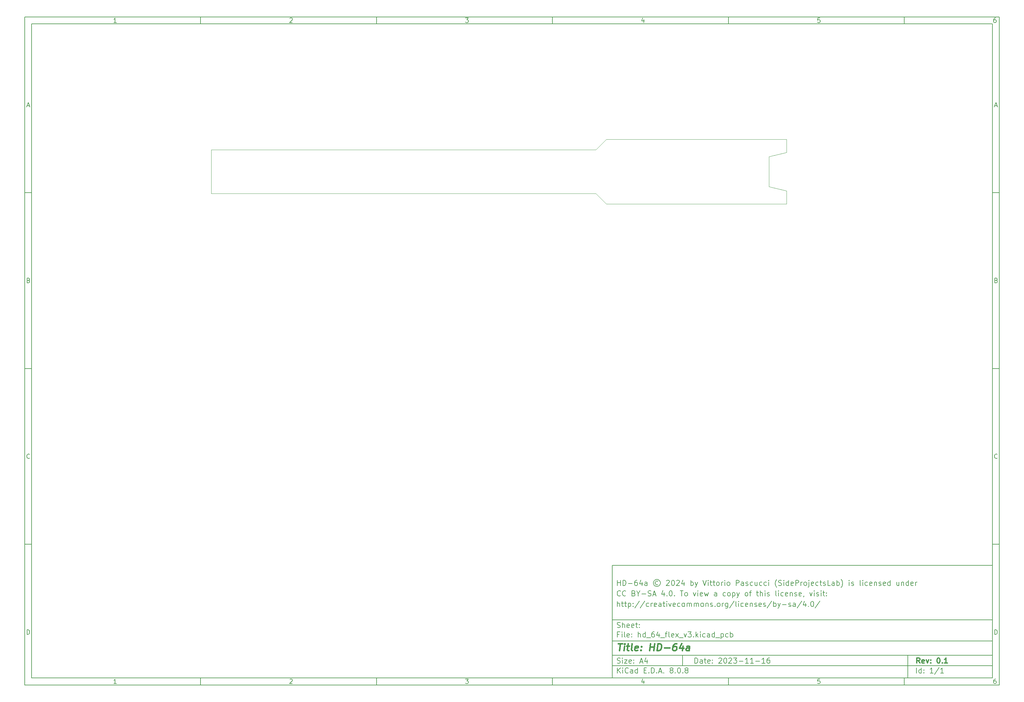
<source format=gbr>
%TF.GenerationSoftware,KiCad,Pcbnew,8.0.8*%
%TF.CreationDate,2025-03-17T16:40:44+01:00*%
%TF.ProjectId,hd_64_flex_v3,68645f36-345f-4666-9c65-785f76332e6b,0.1*%
%TF.SameCoordinates,PXd801da0PY3c45b00*%
%TF.FileFunction,Profile,NP*%
%FSLAX46Y46*%
G04 Gerber Fmt 4.6, Leading zero omitted, Abs format (unit mm)*
G04 Created by KiCad (PCBNEW 8.0.8) date 2025-03-17 16:40:44*
%MOMM*%
%LPD*%
G01*
G04 APERTURE LIST*
%ADD10C,0.100000*%
%ADD11C,0.150000*%
%ADD12C,0.300000*%
%ADD13C,0.400000*%
%TA.AperFunction,Profile*%
%ADD14C,0.050000*%
%TD*%
G04 APERTURE END LIST*
D10*
D11*
X-49497800Y-102807200D02*
X58502200Y-102807200D01*
X58502200Y-134807200D01*
X-49497800Y-134807200D01*
X-49497800Y-102807200D01*
D10*
D11*
X-216500000Y53200000D02*
X60502200Y53200000D01*
X60502200Y-136807200D01*
X-216500000Y-136807200D01*
X-216500000Y53200000D01*
D10*
D11*
X-214500000Y51200000D02*
X58502200Y51200000D01*
X58502200Y-134807200D01*
X-214500000Y-134807200D01*
X-214500000Y51200000D01*
D10*
D11*
X-166500000Y51200000D02*
X-166500000Y53200000D01*
D10*
D11*
X-116500000Y51200000D02*
X-116500000Y53200000D01*
D10*
D11*
X-66500000Y51200000D02*
X-66500000Y53200000D01*
D10*
D11*
X-16500000Y51200000D02*
X-16500000Y53200000D01*
D10*
D11*
X33500000Y51200000D02*
X33500000Y53200000D01*
D10*
D11*
X-190410840Y51606396D02*
X-191153697Y51606396D01*
X-190782269Y51606396D02*
X-190782269Y52906396D01*
X-190782269Y52906396D02*
X-190906078Y52720681D01*
X-190906078Y52720681D02*
X-191029888Y52596872D01*
X-191029888Y52596872D02*
X-191153697Y52534967D01*
D10*
D11*
X-141153697Y52782586D02*
X-141091793Y52844491D01*
X-141091793Y52844491D02*
X-140967983Y52906396D01*
X-140967983Y52906396D02*
X-140658459Y52906396D01*
X-140658459Y52906396D02*
X-140534650Y52844491D01*
X-140534650Y52844491D02*
X-140472745Y52782586D01*
X-140472745Y52782586D02*
X-140410840Y52658777D01*
X-140410840Y52658777D02*
X-140410840Y52534967D01*
X-140410840Y52534967D02*
X-140472745Y52349253D01*
X-140472745Y52349253D02*
X-141215602Y51606396D01*
X-141215602Y51606396D02*
X-140410840Y51606396D01*
D10*
D11*
X-91215602Y52906396D02*
X-90410840Y52906396D01*
X-90410840Y52906396D02*
X-90844174Y52411158D01*
X-90844174Y52411158D02*
X-90658459Y52411158D01*
X-90658459Y52411158D02*
X-90534650Y52349253D01*
X-90534650Y52349253D02*
X-90472745Y52287348D01*
X-90472745Y52287348D02*
X-90410840Y52163539D01*
X-90410840Y52163539D02*
X-90410840Y51854015D01*
X-90410840Y51854015D02*
X-90472745Y51730205D01*
X-90472745Y51730205D02*
X-90534650Y51668300D01*
X-90534650Y51668300D02*
X-90658459Y51606396D01*
X-90658459Y51606396D02*
X-91029888Y51606396D01*
X-91029888Y51606396D02*
X-91153697Y51668300D01*
X-91153697Y51668300D02*
X-91215602Y51730205D01*
D10*
D11*
X-40534650Y52473062D02*
X-40534650Y51606396D01*
X-40844174Y52968300D02*
X-41153697Y52039729D01*
X-41153697Y52039729D02*
X-40348936Y52039729D01*
D10*
D11*
X9527255Y52906396D02*
X8908207Y52906396D01*
X8908207Y52906396D02*
X8846303Y52287348D01*
X8846303Y52287348D02*
X8908207Y52349253D01*
X8908207Y52349253D02*
X9032017Y52411158D01*
X9032017Y52411158D02*
X9341541Y52411158D01*
X9341541Y52411158D02*
X9465350Y52349253D01*
X9465350Y52349253D02*
X9527255Y52287348D01*
X9527255Y52287348D02*
X9589160Y52163539D01*
X9589160Y52163539D02*
X9589160Y51854015D01*
X9589160Y51854015D02*
X9527255Y51730205D01*
X9527255Y51730205D02*
X9465350Y51668300D01*
X9465350Y51668300D02*
X9341541Y51606396D01*
X9341541Y51606396D02*
X9032017Y51606396D01*
X9032017Y51606396D02*
X8908207Y51668300D01*
X8908207Y51668300D02*
X8846303Y51730205D01*
D10*
D11*
X59465350Y52906396D02*
X59217731Y52906396D01*
X59217731Y52906396D02*
X59093922Y52844491D01*
X59093922Y52844491D02*
X59032017Y52782586D01*
X59032017Y52782586D02*
X58908207Y52596872D01*
X58908207Y52596872D02*
X58846303Y52349253D01*
X58846303Y52349253D02*
X58846303Y51854015D01*
X58846303Y51854015D02*
X58908207Y51730205D01*
X58908207Y51730205D02*
X58970112Y51668300D01*
X58970112Y51668300D02*
X59093922Y51606396D01*
X59093922Y51606396D02*
X59341541Y51606396D01*
X59341541Y51606396D02*
X59465350Y51668300D01*
X59465350Y51668300D02*
X59527255Y51730205D01*
X59527255Y51730205D02*
X59589160Y51854015D01*
X59589160Y51854015D02*
X59589160Y52163539D01*
X59589160Y52163539D02*
X59527255Y52287348D01*
X59527255Y52287348D02*
X59465350Y52349253D01*
X59465350Y52349253D02*
X59341541Y52411158D01*
X59341541Y52411158D02*
X59093922Y52411158D01*
X59093922Y52411158D02*
X58970112Y52349253D01*
X58970112Y52349253D02*
X58908207Y52287348D01*
X58908207Y52287348D02*
X58846303Y52163539D01*
D10*
D11*
X-166500000Y-134807200D02*
X-166500000Y-136807200D01*
D10*
D11*
X-116500000Y-134807200D02*
X-116500000Y-136807200D01*
D10*
D11*
X-66500000Y-134807200D02*
X-66500000Y-136807200D01*
D10*
D11*
X-16500000Y-134807200D02*
X-16500000Y-136807200D01*
D10*
D11*
X33500000Y-134807200D02*
X33500000Y-136807200D01*
D10*
D11*
X-190410840Y-136400804D02*
X-191153697Y-136400804D01*
X-190782269Y-136400804D02*
X-190782269Y-135100804D01*
X-190782269Y-135100804D02*
X-190906078Y-135286519D01*
X-190906078Y-135286519D02*
X-191029888Y-135410328D01*
X-191029888Y-135410328D02*
X-191153697Y-135472233D01*
D10*
D11*
X-141153697Y-135224614D02*
X-141091793Y-135162709D01*
X-141091793Y-135162709D02*
X-140967983Y-135100804D01*
X-140967983Y-135100804D02*
X-140658459Y-135100804D01*
X-140658459Y-135100804D02*
X-140534650Y-135162709D01*
X-140534650Y-135162709D02*
X-140472745Y-135224614D01*
X-140472745Y-135224614D02*
X-140410840Y-135348423D01*
X-140410840Y-135348423D02*
X-140410840Y-135472233D01*
X-140410840Y-135472233D02*
X-140472745Y-135657947D01*
X-140472745Y-135657947D02*
X-141215602Y-136400804D01*
X-141215602Y-136400804D02*
X-140410840Y-136400804D01*
D10*
D11*
X-91215602Y-135100804D02*
X-90410840Y-135100804D01*
X-90410840Y-135100804D02*
X-90844174Y-135596042D01*
X-90844174Y-135596042D02*
X-90658459Y-135596042D01*
X-90658459Y-135596042D02*
X-90534650Y-135657947D01*
X-90534650Y-135657947D02*
X-90472745Y-135719852D01*
X-90472745Y-135719852D02*
X-90410840Y-135843661D01*
X-90410840Y-135843661D02*
X-90410840Y-136153185D01*
X-90410840Y-136153185D02*
X-90472745Y-136276995D01*
X-90472745Y-136276995D02*
X-90534650Y-136338900D01*
X-90534650Y-136338900D02*
X-90658459Y-136400804D01*
X-90658459Y-136400804D02*
X-91029888Y-136400804D01*
X-91029888Y-136400804D02*
X-91153697Y-136338900D01*
X-91153697Y-136338900D02*
X-91215602Y-136276995D01*
D10*
D11*
X-40534650Y-135534138D02*
X-40534650Y-136400804D01*
X-40844174Y-135038900D02*
X-41153697Y-135967471D01*
X-41153697Y-135967471D02*
X-40348936Y-135967471D01*
D10*
D11*
X9527255Y-135100804D02*
X8908207Y-135100804D01*
X8908207Y-135100804D02*
X8846303Y-135719852D01*
X8846303Y-135719852D02*
X8908207Y-135657947D01*
X8908207Y-135657947D02*
X9032017Y-135596042D01*
X9032017Y-135596042D02*
X9341541Y-135596042D01*
X9341541Y-135596042D02*
X9465350Y-135657947D01*
X9465350Y-135657947D02*
X9527255Y-135719852D01*
X9527255Y-135719852D02*
X9589160Y-135843661D01*
X9589160Y-135843661D02*
X9589160Y-136153185D01*
X9589160Y-136153185D02*
X9527255Y-136276995D01*
X9527255Y-136276995D02*
X9465350Y-136338900D01*
X9465350Y-136338900D02*
X9341541Y-136400804D01*
X9341541Y-136400804D02*
X9032017Y-136400804D01*
X9032017Y-136400804D02*
X8908207Y-136338900D01*
X8908207Y-136338900D02*
X8846303Y-136276995D01*
D10*
D11*
X59465350Y-135100804D02*
X59217731Y-135100804D01*
X59217731Y-135100804D02*
X59093922Y-135162709D01*
X59093922Y-135162709D02*
X59032017Y-135224614D01*
X59032017Y-135224614D02*
X58908207Y-135410328D01*
X58908207Y-135410328D02*
X58846303Y-135657947D01*
X58846303Y-135657947D02*
X58846303Y-136153185D01*
X58846303Y-136153185D02*
X58908207Y-136276995D01*
X58908207Y-136276995D02*
X58970112Y-136338900D01*
X58970112Y-136338900D02*
X59093922Y-136400804D01*
X59093922Y-136400804D02*
X59341541Y-136400804D01*
X59341541Y-136400804D02*
X59465350Y-136338900D01*
X59465350Y-136338900D02*
X59527255Y-136276995D01*
X59527255Y-136276995D02*
X59589160Y-136153185D01*
X59589160Y-136153185D02*
X59589160Y-135843661D01*
X59589160Y-135843661D02*
X59527255Y-135719852D01*
X59527255Y-135719852D02*
X59465350Y-135657947D01*
X59465350Y-135657947D02*
X59341541Y-135596042D01*
X59341541Y-135596042D02*
X59093922Y-135596042D01*
X59093922Y-135596042D02*
X58970112Y-135657947D01*
X58970112Y-135657947D02*
X58908207Y-135719852D01*
X58908207Y-135719852D02*
X58846303Y-135843661D01*
D10*
D11*
X-216500000Y3200000D02*
X-214500000Y3200000D01*
D10*
D11*
X-216500000Y-46800000D02*
X-214500000Y-46800000D01*
D10*
D11*
X-216500000Y-96800000D02*
X-214500000Y-96800000D01*
D10*
D11*
X-215809524Y27977824D02*
X-215190477Y27977824D01*
X-215933334Y27606396D02*
X-215500001Y28906396D01*
X-215500001Y28906396D02*
X-215066667Y27606396D01*
D10*
D11*
X-215407143Y-21712652D02*
X-215221429Y-21774557D01*
X-215221429Y-21774557D02*
X-215159524Y-21836461D01*
X-215159524Y-21836461D02*
X-215097620Y-21960271D01*
X-215097620Y-21960271D02*
X-215097620Y-22145985D01*
X-215097620Y-22145985D02*
X-215159524Y-22269795D01*
X-215159524Y-22269795D02*
X-215221429Y-22331700D01*
X-215221429Y-22331700D02*
X-215345239Y-22393604D01*
X-215345239Y-22393604D02*
X-215840477Y-22393604D01*
X-215840477Y-22393604D02*
X-215840477Y-21093604D01*
X-215840477Y-21093604D02*
X-215407143Y-21093604D01*
X-215407143Y-21093604D02*
X-215283334Y-21155509D01*
X-215283334Y-21155509D02*
X-215221429Y-21217414D01*
X-215221429Y-21217414D02*
X-215159524Y-21341223D01*
X-215159524Y-21341223D02*
X-215159524Y-21465033D01*
X-215159524Y-21465033D02*
X-215221429Y-21588842D01*
X-215221429Y-21588842D02*
X-215283334Y-21650747D01*
X-215283334Y-21650747D02*
X-215407143Y-21712652D01*
X-215407143Y-21712652D02*
X-215840477Y-21712652D01*
D10*
D11*
X-215097620Y-72269795D02*
X-215159524Y-72331700D01*
X-215159524Y-72331700D02*
X-215345239Y-72393604D01*
X-215345239Y-72393604D02*
X-215469048Y-72393604D01*
X-215469048Y-72393604D02*
X-215654762Y-72331700D01*
X-215654762Y-72331700D02*
X-215778572Y-72207890D01*
X-215778572Y-72207890D02*
X-215840477Y-72084080D01*
X-215840477Y-72084080D02*
X-215902381Y-71836461D01*
X-215902381Y-71836461D02*
X-215902381Y-71650747D01*
X-215902381Y-71650747D02*
X-215840477Y-71403128D01*
X-215840477Y-71403128D02*
X-215778572Y-71279319D01*
X-215778572Y-71279319D02*
X-215654762Y-71155509D01*
X-215654762Y-71155509D02*
X-215469048Y-71093604D01*
X-215469048Y-71093604D02*
X-215345239Y-71093604D01*
X-215345239Y-71093604D02*
X-215159524Y-71155509D01*
X-215159524Y-71155509D02*
X-215097620Y-71217414D01*
D10*
D11*
X-215840477Y-122393604D02*
X-215840477Y-121093604D01*
X-215840477Y-121093604D02*
X-215530953Y-121093604D01*
X-215530953Y-121093604D02*
X-215345239Y-121155509D01*
X-215345239Y-121155509D02*
X-215221429Y-121279319D01*
X-215221429Y-121279319D02*
X-215159524Y-121403128D01*
X-215159524Y-121403128D02*
X-215097620Y-121650747D01*
X-215097620Y-121650747D02*
X-215097620Y-121836461D01*
X-215097620Y-121836461D02*
X-215159524Y-122084080D01*
X-215159524Y-122084080D02*
X-215221429Y-122207890D01*
X-215221429Y-122207890D02*
X-215345239Y-122331700D01*
X-215345239Y-122331700D02*
X-215530953Y-122393604D01*
X-215530953Y-122393604D02*
X-215840477Y-122393604D01*
D10*
D11*
X60502200Y3200000D02*
X58502200Y3200000D01*
D10*
D11*
X60502200Y-46800000D02*
X58502200Y-46800000D01*
D10*
D11*
X60502200Y-96800000D02*
X58502200Y-96800000D01*
D10*
D11*
X59192676Y27977824D02*
X59811723Y27977824D01*
X59068866Y27606396D02*
X59502199Y28906396D01*
X59502199Y28906396D02*
X59935533Y27606396D01*
D10*
D11*
X59595057Y-21712652D02*
X59780771Y-21774557D01*
X59780771Y-21774557D02*
X59842676Y-21836461D01*
X59842676Y-21836461D02*
X59904580Y-21960271D01*
X59904580Y-21960271D02*
X59904580Y-22145985D01*
X59904580Y-22145985D02*
X59842676Y-22269795D01*
X59842676Y-22269795D02*
X59780771Y-22331700D01*
X59780771Y-22331700D02*
X59656961Y-22393604D01*
X59656961Y-22393604D02*
X59161723Y-22393604D01*
X59161723Y-22393604D02*
X59161723Y-21093604D01*
X59161723Y-21093604D02*
X59595057Y-21093604D01*
X59595057Y-21093604D02*
X59718866Y-21155509D01*
X59718866Y-21155509D02*
X59780771Y-21217414D01*
X59780771Y-21217414D02*
X59842676Y-21341223D01*
X59842676Y-21341223D02*
X59842676Y-21465033D01*
X59842676Y-21465033D02*
X59780771Y-21588842D01*
X59780771Y-21588842D02*
X59718866Y-21650747D01*
X59718866Y-21650747D02*
X59595057Y-21712652D01*
X59595057Y-21712652D02*
X59161723Y-21712652D01*
D10*
D11*
X59904580Y-72269795D02*
X59842676Y-72331700D01*
X59842676Y-72331700D02*
X59656961Y-72393604D01*
X59656961Y-72393604D02*
X59533152Y-72393604D01*
X59533152Y-72393604D02*
X59347438Y-72331700D01*
X59347438Y-72331700D02*
X59223628Y-72207890D01*
X59223628Y-72207890D02*
X59161723Y-72084080D01*
X59161723Y-72084080D02*
X59099819Y-71836461D01*
X59099819Y-71836461D02*
X59099819Y-71650747D01*
X59099819Y-71650747D02*
X59161723Y-71403128D01*
X59161723Y-71403128D02*
X59223628Y-71279319D01*
X59223628Y-71279319D02*
X59347438Y-71155509D01*
X59347438Y-71155509D02*
X59533152Y-71093604D01*
X59533152Y-71093604D02*
X59656961Y-71093604D01*
X59656961Y-71093604D02*
X59842676Y-71155509D01*
X59842676Y-71155509D02*
X59904580Y-71217414D01*
D10*
D11*
X59161723Y-122393604D02*
X59161723Y-121093604D01*
X59161723Y-121093604D02*
X59471247Y-121093604D01*
X59471247Y-121093604D02*
X59656961Y-121155509D01*
X59656961Y-121155509D02*
X59780771Y-121279319D01*
X59780771Y-121279319D02*
X59842676Y-121403128D01*
X59842676Y-121403128D02*
X59904580Y-121650747D01*
X59904580Y-121650747D02*
X59904580Y-121836461D01*
X59904580Y-121836461D02*
X59842676Y-122084080D01*
X59842676Y-122084080D02*
X59780771Y-122207890D01*
X59780771Y-122207890D02*
X59656961Y-122331700D01*
X59656961Y-122331700D02*
X59471247Y-122393604D01*
X59471247Y-122393604D02*
X59161723Y-122393604D01*
D10*
D11*
X-26041974Y-130593328D02*
X-26041974Y-129093328D01*
X-26041974Y-129093328D02*
X-25684831Y-129093328D01*
X-25684831Y-129093328D02*
X-25470545Y-129164757D01*
X-25470545Y-129164757D02*
X-25327688Y-129307614D01*
X-25327688Y-129307614D02*
X-25256259Y-129450471D01*
X-25256259Y-129450471D02*
X-25184831Y-129736185D01*
X-25184831Y-129736185D02*
X-25184831Y-129950471D01*
X-25184831Y-129950471D02*
X-25256259Y-130236185D01*
X-25256259Y-130236185D02*
X-25327688Y-130379042D01*
X-25327688Y-130379042D02*
X-25470545Y-130521900D01*
X-25470545Y-130521900D02*
X-25684831Y-130593328D01*
X-25684831Y-130593328D02*
X-26041974Y-130593328D01*
X-23899116Y-130593328D02*
X-23899116Y-129807614D01*
X-23899116Y-129807614D02*
X-23970545Y-129664757D01*
X-23970545Y-129664757D02*
X-24113402Y-129593328D01*
X-24113402Y-129593328D02*
X-24399116Y-129593328D01*
X-24399116Y-129593328D02*
X-24541974Y-129664757D01*
X-23899116Y-130521900D02*
X-24041974Y-130593328D01*
X-24041974Y-130593328D02*
X-24399116Y-130593328D01*
X-24399116Y-130593328D02*
X-24541974Y-130521900D01*
X-24541974Y-130521900D02*
X-24613402Y-130379042D01*
X-24613402Y-130379042D02*
X-24613402Y-130236185D01*
X-24613402Y-130236185D02*
X-24541974Y-130093328D01*
X-24541974Y-130093328D02*
X-24399116Y-130021900D01*
X-24399116Y-130021900D02*
X-24041974Y-130021900D01*
X-24041974Y-130021900D02*
X-23899116Y-129950471D01*
X-23399116Y-129593328D02*
X-22827688Y-129593328D01*
X-23184831Y-129093328D02*
X-23184831Y-130379042D01*
X-23184831Y-130379042D02*
X-23113402Y-130521900D01*
X-23113402Y-130521900D02*
X-22970545Y-130593328D01*
X-22970545Y-130593328D02*
X-22827688Y-130593328D01*
X-21756259Y-130521900D02*
X-21899116Y-130593328D01*
X-21899116Y-130593328D02*
X-22184830Y-130593328D01*
X-22184830Y-130593328D02*
X-22327688Y-130521900D01*
X-22327688Y-130521900D02*
X-22399116Y-130379042D01*
X-22399116Y-130379042D02*
X-22399116Y-129807614D01*
X-22399116Y-129807614D02*
X-22327688Y-129664757D01*
X-22327688Y-129664757D02*
X-22184830Y-129593328D01*
X-22184830Y-129593328D02*
X-21899116Y-129593328D01*
X-21899116Y-129593328D02*
X-21756259Y-129664757D01*
X-21756259Y-129664757D02*
X-21684830Y-129807614D01*
X-21684830Y-129807614D02*
X-21684830Y-129950471D01*
X-21684830Y-129950471D02*
X-22399116Y-130093328D01*
X-21041974Y-130450471D02*
X-20970545Y-130521900D01*
X-20970545Y-130521900D02*
X-21041974Y-130593328D01*
X-21041974Y-130593328D02*
X-21113402Y-130521900D01*
X-21113402Y-130521900D02*
X-21041974Y-130450471D01*
X-21041974Y-130450471D02*
X-21041974Y-130593328D01*
X-21041974Y-129664757D02*
X-20970545Y-129736185D01*
X-20970545Y-129736185D02*
X-21041974Y-129807614D01*
X-21041974Y-129807614D02*
X-21113402Y-129736185D01*
X-21113402Y-129736185D02*
X-21041974Y-129664757D01*
X-21041974Y-129664757D02*
X-21041974Y-129807614D01*
X-19256259Y-129236185D02*
X-19184831Y-129164757D01*
X-19184831Y-129164757D02*
X-19041973Y-129093328D01*
X-19041973Y-129093328D02*
X-18684831Y-129093328D01*
X-18684831Y-129093328D02*
X-18541973Y-129164757D01*
X-18541973Y-129164757D02*
X-18470545Y-129236185D01*
X-18470545Y-129236185D02*
X-18399116Y-129379042D01*
X-18399116Y-129379042D02*
X-18399116Y-129521900D01*
X-18399116Y-129521900D02*
X-18470545Y-129736185D01*
X-18470545Y-129736185D02*
X-19327688Y-130593328D01*
X-19327688Y-130593328D02*
X-18399116Y-130593328D01*
X-17470545Y-129093328D02*
X-17327688Y-129093328D01*
X-17327688Y-129093328D02*
X-17184831Y-129164757D01*
X-17184831Y-129164757D02*
X-17113402Y-129236185D01*
X-17113402Y-129236185D02*
X-17041974Y-129379042D01*
X-17041974Y-129379042D02*
X-16970545Y-129664757D01*
X-16970545Y-129664757D02*
X-16970545Y-130021900D01*
X-16970545Y-130021900D02*
X-17041974Y-130307614D01*
X-17041974Y-130307614D02*
X-17113402Y-130450471D01*
X-17113402Y-130450471D02*
X-17184831Y-130521900D01*
X-17184831Y-130521900D02*
X-17327688Y-130593328D01*
X-17327688Y-130593328D02*
X-17470545Y-130593328D01*
X-17470545Y-130593328D02*
X-17613402Y-130521900D01*
X-17613402Y-130521900D02*
X-17684831Y-130450471D01*
X-17684831Y-130450471D02*
X-17756260Y-130307614D01*
X-17756260Y-130307614D02*
X-17827688Y-130021900D01*
X-17827688Y-130021900D02*
X-17827688Y-129664757D01*
X-17827688Y-129664757D02*
X-17756260Y-129379042D01*
X-17756260Y-129379042D02*
X-17684831Y-129236185D01*
X-17684831Y-129236185D02*
X-17613402Y-129164757D01*
X-17613402Y-129164757D02*
X-17470545Y-129093328D01*
X-16399117Y-129236185D02*
X-16327689Y-129164757D01*
X-16327689Y-129164757D02*
X-16184831Y-129093328D01*
X-16184831Y-129093328D02*
X-15827689Y-129093328D01*
X-15827689Y-129093328D02*
X-15684831Y-129164757D01*
X-15684831Y-129164757D02*
X-15613403Y-129236185D01*
X-15613403Y-129236185D02*
X-15541974Y-129379042D01*
X-15541974Y-129379042D02*
X-15541974Y-129521900D01*
X-15541974Y-129521900D02*
X-15613403Y-129736185D01*
X-15613403Y-129736185D02*
X-16470546Y-130593328D01*
X-16470546Y-130593328D02*
X-15541974Y-130593328D01*
X-15041975Y-129093328D02*
X-14113403Y-129093328D01*
X-14113403Y-129093328D02*
X-14613403Y-129664757D01*
X-14613403Y-129664757D02*
X-14399118Y-129664757D01*
X-14399118Y-129664757D02*
X-14256260Y-129736185D01*
X-14256260Y-129736185D02*
X-14184832Y-129807614D01*
X-14184832Y-129807614D02*
X-14113403Y-129950471D01*
X-14113403Y-129950471D02*
X-14113403Y-130307614D01*
X-14113403Y-130307614D02*
X-14184832Y-130450471D01*
X-14184832Y-130450471D02*
X-14256260Y-130521900D01*
X-14256260Y-130521900D02*
X-14399118Y-130593328D01*
X-14399118Y-130593328D02*
X-14827689Y-130593328D01*
X-14827689Y-130593328D02*
X-14970546Y-130521900D01*
X-14970546Y-130521900D02*
X-15041975Y-130450471D01*
X-13470547Y-130021900D02*
X-12327689Y-130021900D01*
X-10827689Y-130593328D02*
X-11684832Y-130593328D01*
X-11256261Y-130593328D02*
X-11256261Y-129093328D01*
X-11256261Y-129093328D02*
X-11399118Y-129307614D01*
X-11399118Y-129307614D02*
X-11541975Y-129450471D01*
X-11541975Y-129450471D02*
X-11684832Y-129521900D01*
X-9399118Y-130593328D02*
X-10256261Y-130593328D01*
X-9827690Y-130593328D02*
X-9827690Y-129093328D01*
X-9827690Y-129093328D02*
X-9970547Y-129307614D01*
X-9970547Y-129307614D02*
X-10113404Y-129450471D01*
X-10113404Y-129450471D02*
X-10256261Y-129521900D01*
X-8756262Y-130021900D02*
X-7613404Y-130021900D01*
X-6113404Y-130593328D02*
X-6970547Y-130593328D01*
X-6541976Y-130593328D02*
X-6541976Y-129093328D01*
X-6541976Y-129093328D02*
X-6684833Y-129307614D01*
X-6684833Y-129307614D02*
X-6827690Y-129450471D01*
X-6827690Y-129450471D02*
X-6970547Y-129521900D01*
X-4827690Y-129093328D02*
X-5113405Y-129093328D01*
X-5113405Y-129093328D02*
X-5256262Y-129164757D01*
X-5256262Y-129164757D02*
X-5327690Y-129236185D01*
X-5327690Y-129236185D02*
X-5470548Y-129450471D01*
X-5470548Y-129450471D02*
X-5541976Y-129736185D01*
X-5541976Y-129736185D02*
X-5541976Y-130307614D01*
X-5541976Y-130307614D02*
X-5470548Y-130450471D01*
X-5470548Y-130450471D02*
X-5399119Y-130521900D01*
X-5399119Y-130521900D02*
X-5256262Y-130593328D01*
X-5256262Y-130593328D02*
X-4970548Y-130593328D01*
X-4970548Y-130593328D02*
X-4827690Y-130521900D01*
X-4827690Y-130521900D02*
X-4756262Y-130450471D01*
X-4756262Y-130450471D02*
X-4684833Y-130307614D01*
X-4684833Y-130307614D02*
X-4684833Y-129950471D01*
X-4684833Y-129950471D02*
X-4756262Y-129807614D01*
X-4756262Y-129807614D02*
X-4827690Y-129736185D01*
X-4827690Y-129736185D02*
X-4970548Y-129664757D01*
X-4970548Y-129664757D02*
X-5256262Y-129664757D01*
X-5256262Y-129664757D02*
X-5399119Y-129736185D01*
X-5399119Y-129736185D02*
X-5470548Y-129807614D01*
X-5470548Y-129807614D02*
X-5541976Y-129950471D01*
D10*
D11*
X-49497800Y-131307200D02*
X58502200Y-131307200D01*
D10*
D11*
X-48041974Y-133393328D02*
X-48041974Y-131893328D01*
X-47184831Y-133393328D02*
X-47827688Y-132536185D01*
X-47184831Y-131893328D02*
X-48041974Y-132750471D01*
X-46541974Y-133393328D02*
X-46541974Y-132393328D01*
X-46541974Y-131893328D02*
X-46613402Y-131964757D01*
X-46613402Y-131964757D02*
X-46541974Y-132036185D01*
X-46541974Y-132036185D02*
X-46470545Y-131964757D01*
X-46470545Y-131964757D02*
X-46541974Y-131893328D01*
X-46541974Y-131893328D02*
X-46541974Y-132036185D01*
X-44970545Y-133250471D02*
X-45041973Y-133321900D01*
X-45041973Y-133321900D02*
X-45256259Y-133393328D01*
X-45256259Y-133393328D02*
X-45399116Y-133393328D01*
X-45399116Y-133393328D02*
X-45613402Y-133321900D01*
X-45613402Y-133321900D02*
X-45756259Y-133179042D01*
X-45756259Y-133179042D02*
X-45827688Y-133036185D01*
X-45827688Y-133036185D02*
X-45899116Y-132750471D01*
X-45899116Y-132750471D02*
X-45899116Y-132536185D01*
X-45899116Y-132536185D02*
X-45827688Y-132250471D01*
X-45827688Y-132250471D02*
X-45756259Y-132107614D01*
X-45756259Y-132107614D02*
X-45613402Y-131964757D01*
X-45613402Y-131964757D02*
X-45399116Y-131893328D01*
X-45399116Y-131893328D02*
X-45256259Y-131893328D01*
X-45256259Y-131893328D02*
X-45041973Y-131964757D01*
X-45041973Y-131964757D02*
X-44970545Y-132036185D01*
X-43684830Y-133393328D02*
X-43684830Y-132607614D01*
X-43684830Y-132607614D02*
X-43756259Y-132464757D01*
X-43756259Y-132464757D02*
X-43899116Y-132393328D01*
X-43899116Y-132393328D02*
X-44184830Y-132393328D01*
X-44184830Y-132393328D02*
X-44327688Y-132464757D01*
X-43684830Y-133321900D02*
X-43827688Y-133393328D01*
X-43827688Y-133393328D02*
X-44184830Y-133393328D01*
X-44184830Y-133393328D02*
X-44327688Y-133321900D01*
X-44327688Y-133321900D02*
X-44399116Y-133179042D01*
X-44399116Y-133179042D02*
X-44399116Y-133036185D01*
X-44399116Y-133036185D02*
X-44327688Y-132893328D01*
X-44327688Y-132893328D02*
X-44184830Y-132821900D01*
X-44184830Y-132821900D02*
X-43827688Y-132821900D01*
X-43827688Y-132821900D02*
X-43684830Y-132750471D01*
X-42327687Y-133393328D02*
X-42327687Y-131893328D01*
X-42327687Y-133321900D02*
X-42470545Y-133393328D01*
X-42470545Y-133393328D02*
X-42756259Y-133393328D01*
X-42756259Y-133393328D02*
X-42899116Y-133321900D01*
X-42899116Y-133321900D02*
X-42970545Y-133250471D01*
X-42970545Y-133250471D02*
X-43041973Y-133107614D01*
X-43041973Y-133107614D02*
X-43041973Y-132679042D01*
X-43041973Y-132679042D02*
X-42970545Y-132536185D01*
X-42970545Y-132536185D02*
X-42899116Y-132464757D01*
X-42899116Y-132464757D02*
X-42756259Y-132393328D01*
X-42756259Y-132393328D02*
X-42470545Y-132393328D01*
X-42470545Y-132393328D02*
X-42327687Y-132464757D01*
X-40470545Y-132607614D02*
X-39970545Y-132607614D01*
X-39756259Y-133393328D02*
X-40470545Y-133393328D01*
X-40470545Y-133393328D02*
X-40470545Y-131893328D01*
X-40470545Y-131893328D02*
X-39756259Y-131893328D01*
X-39113402Y-133250471D02*
X-39041973Y-133321900D01*
X-39041973Y-133321900D02*
X-39113402Y-133393328D01*
X-39113402Y-133393328D02*
X-39184830Y-133321900D01*
X-39184830Y-133321900D02*
X-39113402Y-133250471D01*
X-39113402Y-133250471D02*
X-39113402Y-133393328D01*
X-38399116Y-133393328D02*
X-38399116Y-131893328D01*
X-38399116Y-131893328D02*
X-38041973Y-131893328D01*
X-38041973Y-131893328D02*
X-37827687Y-131964757D01*
X-37827687Y-131964757D02*
X-37684830Y-132107614D01*
X-37684830Y-132107614D02*
X-37613401Y-132250471D01*
X-37613401Y-132250471D02*
X-37541973Y-132536185D01*
X-37541973Y-132536185D02*
X-37541973Y-132750471D01*
X-37541973Y-132750471D02*
X-37613401Y-133036185D01*
X-37613401Y-133036185D02*
X-37684830Y-133179042D01*
X-37684830Y-133179042D02*
X-37827687Y-133321900D01*
X-37827687Y-133321900D02*
X-38041973Y-133393328D01*
X-38041973Y-133393328D02*
X-38399116Y-133393328D01*
X-36899116Y-133250471D02*
X-36827687Y-133321900D01*
X-36827687Y-133321900D02*
X-36899116Y-133393328D01*
X-36899116Y-133393328D02*
X-36970544Y-133321900D01*
X-36970544Y-133321900D02*
X-36899116Y-133250471D01*
X-36899116Y-133250471D02*
X-36899116Y-133393328D01*
X-36256258Y-132964757D02*
X-35541972Y-132964757D01*
X-36399115Y-133393328D02*
X-35899115Y-131893328D01*
X-35899115Y-131893328D02*
X-35399115Y-133393328D01*
X-34899116Y-133250471D02*
X-34827687Y-133321900D01*
X-34827687Y-133321900D02*
X-34899116Y-133393328D01*
X-34899116Y-133393328D02*
X-34970544Y-133321900D01*
X-34970544Y-133321900D02*
X-34899116Y-133250471D01*
X-34899116Y-133250471D02*
X-34899116Y-133393328D01*
X-32827687Y-132536185D02*
X-32970544Y-132464757D01*
X-32970544Y-132464757D02*
X-33041973Y-132393328D01*
X-33041973Y-132393328D02*
X-33113401Y-132250471D01*
X-33113401Y-132250471D02*
X-33113401Y-132179042D01*
X-33113401Y-132179042D02*
X-33041973Y-132036185D01*
X-33041973Y-132036185D02*
X-32970544Y-131964757D01*
X-32970544Y-131964757D02*
X-32827687Y-131893328D01*
X-32827687Y-131893328D02*
X-32541973Y-131893328D01*
X-32541973Y-131893328D02*
X-32399115Y-131964757D01*
X-32399115Y-131964757D02*
X-32327687Y-132036185D01*
X-32327687Y-132036185D02*
X-32256258Y-132179042D01*
X-32256258Y-132179042D02*
X-32256258Y-132250471D01*
X-32256258Y-132250471D02*
X-32327687Y-132393328D01*
X-32327687Y-132393328D02*
X-32399115Y-132464757D01*
X-32399115Y-132464757D02*
X-32541973Y-132536185D01*
X-32541973Y-132536185D02*
X-32827687Y-132536185D01*
X-32827687Y-132536185D02*
X-32970544Y-132607614D01*
X-32970544Y-132607614D02*
X-33041973Y-132679042D01*
X-33041973Y-132679042D02*
X-33113401Y-132821900D01*
X-33113401Y-132821900D02*
X-33113401Y-133107614D01*
X-33113401Y-133107614D02*
X-33041973Y-133250471D01*
X-33041973Y-133250471D02*
X-32970544Y-133321900D01*
X-32970544Y-133321900D02*
X-32827687Y-133393328D01*
X-32827687Y-133393328D02*
X-32541973Y-133393328D01*
X-32541973Y-133393328D02*
X-32399115Y-133321900D01*
X-32399115Y-133321900D02*
X-32327687Y-133250471D01*
X-32327687Y-133250471D02*
X-32256258Y-133107614D01*
X-32256258Y-133107614D02*
X-32256258Y-132821900D01*
X-32256258Y-132821900D02*
X-32327687Y-132679042D01*
X-32327687Y-132679042D02*
X-32399115Y-132607614D01*
X-32399115Y-132607614D02*
X-32541973Y-132536185D01*
X-31613402Y-133250471D02*
X-31541973Y-133321900D01*
X-31541973Y-133321900D02*
X-31613402Y-133393328D01*
X-31613402Y-133393328D02*
X-31684830Y-133321900D01*
X-31684830Y-133321900D02*
X-31613402Y-133250471D01*
X-31613402Y-133250471D02*
X-31613402Y-133393328D01*
X-30613401Y-131893328D02*
X-30470544Y-131893328D01*
X-30470544Y-131893328D02*
X-30327687Y-131964757D01*
X-30327687Y-131964757D02*
X-30256258Y-132036185D01*
X-30256258Y-132036185D02*
X-30184830Y-132179042D01*
X-30184830Y-132179042D02*
X-30113401Y-132464757D01*
X-30113401Y-132464757D02*
X-30113401Y-132821900D01*
X-30113401Y-132821900D02*
X-30184830Y-133107614D01*
X-30184830Y-133107614D02*
X-30256258Y-133250471D01*
X-30256258Y-133250471D02*
X-30327687Y-133321900D01*
X-30327687Y-133321900D02*
X-30470544Y-133393328D01*
X-30470544Y-133393328D02*
X-30613401Y-133393328D01*
X-30613401Y-133393328D02*
X-30756258Y-133321900D01*
X-30756258Y-133321900D02*
X-30827687Y-133250471D01*
X-30827687Y-133250471D02*
X-30899116Y-133107614D01*
X-30899116Y-133107614D02*
X-30970544Y-132821900D01*
X-30970544Y-132821900D02*
X-30970544Y-132464757D01*
X-30970544Y-132464757D02*
X-30899116Y-132179042D01*
X-30899116Y-132179042D02*
X-30827687Y-132036185D01*
X-30827687Y-132036185D02*
X-30756258Y-131964757D01*
X-30756258Y-131964757D02*
X-30613401Y-131893328D01*
X-29470545Y-133250471D02*
X-29399116Y-133321900D01*
X-29399116Y-133321900D02*
X-29470545Y-133393328D01*
X-29470545Y-133393328D02*
X-29541973Y-133321900D01*
X-29541973Y-133321900D02*
X-29470545Y-133250471D01*
X-29470545Y-133250471D02*
X-29470545Y-133393328D01*
X-28541973Y-132536185D02*
X-28684830Y-132464757D01*
X-28684830Y-132464757D02*
X-28756259Y-132393328D01*
X-28756259Y-132393328D02*
X-28827687Y-132250471D01*
X-28827687Y-132250471D02*
X-28827687Y-132179042D01*
X-28827687Y-132179042D02*
X-28756259Y-132036185D01*
X-28756259Y-132036185D02*
X-28684830Y-131964757D01*
X-28684830Y-131964757D02*
X-28541973Y-131893328D01*
X-28541973Y-131893328D02*
X-28256259Y-131893328D01*
X-28256259Y-131893328D02*
X-28113401Y-131964757D01*
X-28113401Y-131964757D02*
X-28041973Y-132036185D01*
X-28041973Y-132036185D02*
X-27970544Y-132179042D01*
X-27970544Y-132179042D02*
X-27970544Y-132250471D01*
X-27970544Y-132250471D02*
X-28041973Y-132393328D01*
X-28041973Y-132393328D02*
X-28113401Y-132464757D01*
X-28113401Y-132464757D02*
X-28256259Y-132536185D01*
X-28256259Y-132536185D02*
X-28541973Y-132536185D01*
X-28541973Y-132536185D02*
X-28684830Y-132607614D01*
X-28684830Y-132607614D02*
X-28756259Y-132679042D01*
X-28756259Y-132679042D02*
X-28827687Y-132821900D01*
X-28827687Y-132821900D02*
X-28827687Y-133107614D01*
X-28827687Y-133107614D02*
X-28756259Y-133250471D01*
X-28756259Y-133250471D02*
X-28684830Y-133321900D01*
X-28684830Y-133321900D02*
X-28541973Y-133393328D01*
X-28541973Y-133393328D02*
X-28256259Y-133393328D01*
X-28256259Y-133393328D02*
X-28113401Y-133321900D01*
X-28113401Y-133321900D02*
X-28041973Y-133250471D01*
X-28041973Y-133250471D02*
X-27970544Y-133107614D01*
X-27970544Y-133107614D02*
X-27970544Y-132821900D01*
X-27970544Y-132821900D02*
X-28041973Y-132679042D01*
X-28041973Y-132679042D02*
X-28113401Y-132607614D01*
X-28113401Y-132607614D02*
X-28256259Y-132536185D01*
D10*
D11*
X-49497800Y-128307200D02*
X58502200Y-128307200D01*
D10*
D12*
X37913853Y-130585528D02*
X37413853Y-129871242D01*
X37056710Y-130585528D02*
X37056710Y-129085528D01*
X37056710Y-129085528D02*
X37628139Y-129085528D01*
X37628139Y-129085528D02*
X37770996Y-129156957D01*
X37770996Y-129156957D02*
X37842425Y-129228385D01*
X37842425Y-129228385D02*
X37913853Y-129371242D01*
X37913853Y-129371242D02*
X37913853Y-129585528D01*
X37913853Y-129585528D02*
X37842425Y-129728385D01*
X37842425Y-129728385D02*
X37770996Y-129799814D01*
X37770996Y-129799814D02*
X37628139Y-129871242D01*
X37628139Y-129871242D02*
X37056710Y-129871242D01*
X39128139Y-130514100D02*
X38985282Y-130585528D01*
X38985282Y-130585528D02*
X38699568Y-130585528D01*
X38699568Y-130585528D02*
X38556710Y-130514100D01*
X38556710Y-130514100D02*
X38485282Y-130371242D01*
X38485282Y-130371242D02*
X38485282Y-129799814D01*
X38485282Y-129799814D02*
X38556710Y-129656957D01*
X38556710Y-129656957D02*
X38699568Y-129585528D01*
X38699568Y-129585528D02*
X38985282Y-129585528D01*
X38985282Y-129585528D02*
X39128139Y-129656957D01*
X39128139Y-129656957D02*
X39199568Y-129799814D01*
X39199568Y-129799814D02*
X39199568Y-129942671D01*
X39199568Y-129942671D02*
X38485282Y-130085528D01*
X39699567Y-129585528D02*
X40056710Y-130585528D01*
X40056710Y-130585528D02*
X40413853Y-129585528D01*
X40985281Y-130442671D02*
X41056710Y-130514100D01*
X41056710Y-130514100D02*
X40985281Y-130585528D01*
X40985281Y-130585528D02*
X40913853Y-130514100D01*
X40913853Y-130514100D02*
X40985281Y-130442671D01*
X40985281Y-130442671D02*
X40985281Y-130585528D01*
X40985281Y-129656957D02*
X41056710Y-129728385D01*
X41056710Y-129728385D02*
X40985281Y-129799814D01*
X40985281Y-129799814D02*
X40913853Y-129728385D01*
X40913853Y-129728385D02*
X40985281Y-129656957D01*
X40985281Y-129656957D02*
X40985281Y-129799814D01*
X43128139Y-129085528D02*
X43270996Y-129085528D01*
X43270996Y-129085528D02*
X43413853Y-129156957D01*
X43413853Y-129156957D02*
X43485282Y-129228385D01*
X43485282Y-129228385D02*
X43556710Y-129371242D01*
X43556710Y-129371242D02*
X43628139Y-129656957D01*
X43628139Y-129656957D02*
X43628139Y-130014100D01*
X43628139Y-130014100D02*
X43556710Y-130299814D01*
X43556710Y-130299814D02*
X43485282Y-130442671D01*
X43485282Y-130442671D02*
X43413853Y-130514100D01*
X43413853Y-130514100D02*
X43270996Y-130585528D01*
X43270996Y-130585528D02*
X43128139Y-130585528D01*
X43128139Y-130585528D02*
X42985282Y-130514100D01*
X42985282Y-130514100D02*
X42913853Y-130442671D01*
X42913853Y-130442671D02*
X42842424Y-130299814D01*
X42842424Y-130299814D02*
X42770996Y-130014100D01*
X42770996Y-130014100D02*
X42770996Y-129656957D01*
X42770996Y-129656957D02*
X42842424Y-129371242D01*
X42842424Y-129371242D02*
X42913853Y-129228385D01*
X42913853Y-129228385D02*
X42985282Y-129156957D01*
X42985282Y-129156957D02*
X43128139Y-129085528D01*
X44270995Y-130442671D02*
X44342424Y-130514100D01*
X44342424Y-130514100D02*
X44270995Y-130585528D01*
X44270995Y-130585528D02*
X44199567Y-130514100D01*
X44199567Y-130514100D02*
X44270995Y-130442671D01*
X44270995Y-130442671D02*
X44270995Y-130585528D01*
X45770996Y-130585528D02*
X44913853Y-130585528D01*
X45342424Y-130585528D02*
X45342424Y-129085528D01*
X45342424Y-129085528D02*
X45199567Y-129299814D01*
X45199567Y-129299814D02*
X45056710Y-129442671D01*
X45056710Y-129442671D02*
X44913853Y-129514100D01*
D10*
D11*
X-48113402Y-130521900D02*
X-47899116Y-130593328D01*
X-47899116Y-130593328D02*
X-47541974Y-130593328D01*
X-47541974Y-130593328D02*
X-47399116Y-130521900D01*
X-47399116Y-130521900D02*
X-47327688Y-130450471D01*
X-47327688Y-130450471D02*
X-47256259Y-130307614D01*
X-47256259Y-130307614D02*
X-47256259Y-130164757D01*
X-47256259Y-130164757D02*
X-47327688Y-130021900D01*
X-47327688Y-130021900D02*
X-47399116Y-129950471D01*
X-47399116Y-129950471D02*
X-47541974Y-129879042D01*
X-47541974Y-129879042D02*
X-47827688Y-129807614D01*
X-47827688Y-129807614D02*
X-47970545Y-129736185D01*
X-47970545Y-129736185D02*
X-48041974Y-129664757D01*
X-48041974Y-129664757D02*
X-48113402Y-129521900D01*
X-48113402Y-129521900D02*
X-48113402Y-129379042D01*
X-48113402Y-129379042D02*
X-48041974Y-129236185D01*
X-48041974Y-129236185D02*
X-47970545Y-129164757D01*
X-47970545Y-129164757D02*
X-47827688Y-129093328D01*
X-47827688Y-129093328D02*
X-47470545Y-129093328D01*
X-47470545Y-129093328D02*
X-47256259Y-129164757D01*
X-46613403Y-130593328D02*
X-46613403Y-129593328D01*
X-46613403Y-129093328D02*
X-46684831Y-129164757D01*
X-46684831Y-129164757D02*
X-46613403Y-129236185D01*
X-46613403Y-129236185D02*
X-46541974Y-129164757D01*
X-46541974Y-129164757D02*
X-46613403Y-129093328D01*
X-46613403Y-129093328D02*
X-46613403Y-129236185D01*
X-46041974Y-129593328D02*
X-45256259Y-129593328D01*
X-45256259Y-129593328D02*
X-46041974Y-130593328D01*
X-46041974Y-130593328D02*
X-45256259Y-130593328D01*
X-44113402Y-130521900D02*
X-44256259Y-130593328D01*
X-44256259Y-130593328D02*
X-44541973Y-130593328D01*
X-44541973Y-130593328D02*
X-44684831Y-130521900D01*
X-44684831Y-130521900D02*
X-44756259Y-130379042D01*
X-44756259Y-130379042D02*
X-44756259Y-129807614D01*
X-44756259Y-129807614D02*
X-44684831Y-129664757D01*
X-44684831Y-129664757D02*
X-44541973Y-129593328D01*
X-44541973Y-129593328D02*
X-44256259Y-129593328D01*
X-44256259Y-129593328D02*
X-44113402Y-129664757D01*
X-44113402Y-129664757D02*
X-44041973Y-129807614D01*
X-44041973Y-129807614D02*
X-44041973Y-129950471D01*
X-44041973Y-129950471D02*
X-44756259Y-130093328D01*
X-43399117Y-130450471D02*
X-43327688Y-130521900D01*
X-43327688Y-130521900D02*
X-43399117Y-130593328D01*
X-43399117Y-130593328D02*
X-43470545Y-130521900D01*
X-43470545Y-130521900D02*
X-43399117Y-130450471D01*
X-43399117Y-130450471D02*
X-43399117Y-130593328D01*
X-43399117Y-129664757D02*
X-43327688Y-129736185D01*
X-43327688Y-129736185D02*
X-43399117Y-129807614D01*
X-43399117Y-129807614D02*
X-43470545Y-129736185D01*
X-43470545Y-129736185D02*
X-43399117Y-129664757D01*
X-43399117Y-129664757D02*
X-43399117Y-129807614D01*
X-41613402Y-130164757D02*
X-40899116Y-130164757D01*
X-41756259Y-130593328D02*
X-41256259Y-129093328D01*
X-41256259Y-129093328D02*
X-40756259Y-130593328D01*
X-39613402Y-129593328D02*
X-39613402Y-130593328D01*
X-39970545Y-129021900D02*
X-40327688Y-130093328D01*
X-40327688Y-130093328D02*
X-39399117Y-130093328D01*
D10*
D11*
X36958026Y-133393328D02*
X36958026Y-131893328D01*
X38315170Y-133393328D02*
X38315170Y-131893328D01*
X38315170Y-133321900D02*
X38172312Y-133393328D01*
X38172312Y-133393328D02*
X37886598Y-133393328D01*
X37886598Y-133393328D02*
X37743741Y-133321900D01*
X37743741Y-133321900D02*
X37672312Y-133250471D01*
X37672312Y-133250471D02*
X37600884Y-133107614D01*
X37600884Y-133107614D02*
X37600884Y-132679042D01*
X37600884Y-132679042D02*
X37672312Y-132536185D01*
X37672312Y-132536185D02*
X37743741Y-132464757D01*
X37743741Y-132464757D02*
X37886598Y-132393328D01*
X37886598Y-132393328D02*
X38172312Y-132393328D01*
X38172312Y-132393328D02*
X38315170Y-132464757D01*
X39029455Y-133250471D02*
X39100884Y-133321900D01*
X39100884Y-133321900D02*
X39029455Y-133393328D01*
X39029455Y-133393328D02*
X38958027Y-133321900D01*
X38958027Y-133321900D02*
X39029455Y-133250471D01*
X39029455Y-133250471D02*
X39029455Y-133393328D01*
X39029455Y-132464757D02*
X39100884Y-132536185D01*
X39100884Y-132536185D02*
X39029455Y-132607614D01*
X39029455Y-132607614D02*
X38958027Y-132536185D01*
X38958027Y-132536185D02*
X39029455Y-132464757D01*
X39029455Y-132464757D02*
X39029455Y-132607614D01*
X41672313Y-133393328D02*
X40815170Y-133393328D01*
X41243741Y-133393328D02*
X41243741Y-131893328D01*
X41243741Y-131893328D02*
X41100884Y-132107614D01*
X41100884Y-132107614D02*
X40958027Y-132250471D01*
X40958027Y-132250471D02*
X40815170Y-132321900D01*
X43386598Y-131821900D02*
X42100884Y-133750471D01*
X44672313Y-133393328D02*
X43815170Y-133393328D01*
X44243741Y-133393328D02*
X44243741Y-131893328D01*
X44243741Y-131893328D02*
X44100884Y-132107614D01*
X44100884Y-132107614D02*
X43958027Y-132250471D01*
X43958027Y-132250471D02*
X43815170Y-132321900D01*
D10*
D11*
X-49497800Y-124307200D02*
X58502200Y-124307200D01*
D10*
D13*
X-47806072Y-125011638D02*
X-46663215Y-125011638D01*
X-47484643Y-127011638D02*
X-47234643Y-125011638D01*
X-46246548Y-127011638D02*
X-46079881Y-125678304D01*
X-45996548Y-125011638D02*
X-46103691Y-125106876D01*
X-46103691Y-125106876D02*
X-46020357Y-125202114D01*
X-46020357Y-125202114D02*
X-45913214Y-125106876D01*
X-45913214Y-125106876D02*
X-45996548Y-125011638D01*
X-45996548Y-125011638D02*
X-46020357Y-125202114D01*
X-45413214Y-125678304D02*
X-44651310Y-125678304D01*
X-45044167Y-125011638D02*
X-45258452Y-126725923D01*
X-45258452Y-126725923D02*
X-45187024Y-126916400D01*
X-45187024Y-126916400D02*
X-45008452Y-127011638D01*
X-45008452Y-127011638D02*
X-44817976Y-127011638D01*
X-43865595Y-127011638D02*
X-44044167Y-126916400D01*
X-44044167Y-126916400D02*
X-44115595Y-126725923D01*
X-44115595Y-126725923D02*
X-43901310Y-125011638D01*
X-42329881Y-126916400D02*
X-42532262Y-127011638D01*
X-42532262Y-127011638D02*
X-42913215Y-127011638D01*
X-42913215Y-127011638D02*
X-43091786Y-126916400D01*
X-43091786Y-126916400D02*
X-43163215Y-126725923D01*
X-43163215Y-126725923D02*
X-43067976Y-125964019D01*
X-43067976Y-125964019D02*
X-42948929Y-125773542D01*
X-42948929Y-125773542D02*
X-42746548Y-125678304D01*
X-42746548Y-125678304D02*
X-42365596Y-125678304D01*
X-42365596Y-125678304D02*
X-42187024Y-125773542D01*
X-42187024Y-125773542D02*
X-42115596Y-125964019D01*
X-42115596Y-125964019D02*
X-42139405Y-126154495D01*
X-42139405Y-126154495D02*
X-43115596Y-126344971D01*
X-41365595Y-126821161D02*
X-41282262Y-126916400D01*
X-41282262Y-126916400D02*
X-41389405Y-127011638D01*
X-41389405Y-127011638D02*
X-41472738Y-126916400D01*
X-41472738Y-126916400D02*
X-41365595Y-126821161D01*
X-41365595Y-126821161D02*
X-41389405Y-127011638D01*
X-41234643Y-125773542D02*
X-41151310Y-125868780D01*
X-41151310Y-125868780D02*
X-41258452Y-125964019D01*
X-41258452Y-125964019D02*
X-41341786Y-125868780D01*
X-41341786Y-125868780D02*
X-41234643Y-125773542D01*
X-41234643Y-125773542D02*
X-41258452Y-125964019D01*
X-38913214Y-127011638D02*
X-38663214Y-125011638D01*
X-38782261Y-125964019D02*
X-37639404Y-125964019D01*
X-37770357Y-127011638D02*
X-37520357Y-125011638D01*
X-36817976Y-127011638D02*
X-36567976Y-125011638D01*
X-36567976Y-125011638D02*
X-36091785Y-125011638D01*
X-36091785Y-125011638D02*
X-35817976Y-125106876D01*
X-35817976Y-125106876D02*
X-35651309Y-125297352D01*
X-35651309Y-125297352D02*
X-35579881Y-125487828D01*
X-35579881Y-125487828D02*
X-35532261Y-125868780D01*
X-35532261Y-125868780D02*
X-35567976Y-126154495D01*
X-35567976Y-126154495D02*
X-35710833Y-126535447D01*
X-35710833Y-126535447D02*
X-35829881Y-126725923D01*
X-35829881Y-126725923D02*
X-36044166Y-126916400D01*
X-36044166Y-126916400D02*
X-36341785Y-127011638D01*
X-36341785Y-127011638D02*
X-36817976Y-127011638D01*
X-34722738Y-126249733D02*
X-33198928Y-126249733D01*
X-31234643Y-125011638D02*
X-31615595Y-125011638D01*
X-31615595Y-125011638D02*
X-31817976Y-125106876D01*
X-31817976Y-125106876D02*
X-31925119Y-125202114D01*
X-31925119Y-125202114D02*
X-32151310Y-125487828D01*
X-32151310Y-125487828D02*
X-32294167Y-125868780D01*
X-32294167Y-125868780D02*
X-32389405Y-126630685D01*
X-32389405Y-126630685D02*
X-32317976Y-126821161D01*
X-32317976Y-126821161D02*
X-32234643Y-126916400D01*
X-32234643Y-126916400D02*
X-32056071Y-127011638D01*
X-32056071Y-127011638D02*
X-31675119Y-127011638D01*
X-31675119Y-127011638D02*
X-31472738Y-126916400D01*
X-31472738Y-126916400D02*
X-31365595Y-126821161D01*
X-31365595Y-126821161D02*
X-31246548Y-126630685D01*
X-31246548Y-126630685D02*
X-31187024Y-126154495D01*
X-31187024Y-126154495D02*
X-31258452Y-125964019D01*
X-31258452Y-125964019D02*
X-31341786Y-125868780D01*
X-31341786Y-125868780D02*
X-31520357Y-125773542D01*
X-31520357Y-125773542D02*
X-31901310Y-125773542D01*
X-31901310Y-125773542D02*
X-32103691Y-125868780D01*
X-32103691Y-125868780D02*
X-32210833Y-125964019D01*
X-32210833Y-125964019D02*
X-32329881Y-126154495D01*
X-29413214Y-125678304D02*
X-29579881Y-127011638D01*
X-29794167Y-124916400D02*
X-30448929Y-126344971D01*
X-30448929Y-126344971D02*
X-29210833Y-126344971D01*
X-27675119Y-127011638D02*
X-27544167Y-125964019D01*
X-27544167Y-125964019D02*
X-27615595Y-125773542D01*
X-27615595Y-125773542D02*
X-27794167Y-125678304D01*
X-27794167Y-125678304D02*
X-28175119Y-125678304D01*
X-28175119Y-125678304D02*
X-28377500Y-125773542D01*
X-27663214Y-126916400D02*
X-27865595Y-127011638D01*
X-27865595Y-127011638D02*
X-28341786Y-127011638D01*
X-28341786Y-127011638D02*
X-28520357Y-126916400D01*
X-28520357Y-126916400D02*
X-28591786Y-126725923D01*
X-28591786Y-126725923D02*
X-28567976Y-126535447D01*
X-28567976Y-126535447D02*
X-28448928Y-126344971D01*
X-28448928Y-126344971D02*
X-28246547Y-126249733D01*
X-28246547Y-126249733D02*
X-27770357Y-126249733D01*
X-27770357Y-126249733D02*
X-27567976Y-126154495D01*
D10*
D11*
X-47541974Y-122407614D02*
X-48041974Y-122407614D01*
X-48041974Y-123193328D02*
X-48041974Y-121693328D01*
X-48041974Y-121693328D02*
X-47327688Y-121693328D01*
X-46756260Y-123193328D02*
X-46756260Y-122193328D01*
X-46756260Y-121693328D02*
X-46827688Y-121764757D01*
X-46827688Y-121764757D02*
X-46756260Y-121836185D01*
X-46756260Y-121836185D02*
X-46684831Y-121764757D01*
X-46684831Y-121764757D02*
X-46756260Y-121693328D01*
X-46756260Y-121693328D02*
X-46756260Y-121836185D01*
X-45827688Y-123193328D02*
X-45970545Y-123121900D01*
X-45970545Y-123121900D02*
X-46041974Y-122979042D01*
X-46041974Y-122979042D02*
X-46041974Y-121693328D01*
X-44684831Y-123121900D02*
X-44827688Y-123193328D01*
X-44827688Y-123193328D02*
X-45113402Y-123193328D01*
X-45113402Y-123193328D02*
X-45256260Y-123121900D01*
X-45256260Y-123121900D02*
X-45327688Y-122979042D01*
X-45327688Y-122979042D02*
X-45327688Y-122407614D01*
X-45327688Y-122407614D02*
X-45256260Y-122264757D01*
X-45256260Y-122264757D02*
X-45113402Y-122193328D01*
X-45113402Y-122193328D02*
X-44827688Y-122193328D01*
X-44827688Y-122193328D02*
X-44684831Y-122264757D01*
X-44684831Y-122264757D02*
X-44613402Y-122407614D01*
X-44613402Y-122407614D02*
X-44613402Y-122550471D01*
X-44613402Y-122550471D02*
X-45327688Y-122693328D01*
X-43970546Y-123050471D02*
X-43899117Y-123121900D01*
X-43899117Y-123121900D02*
X-43970546Y-123193328D01*
X-43970546Y-123193328D02*
X-44041974Y-123121900D01*
X-44041974Y-123121900D02*
X-43970546Y-123050471D01*
X-43970546Y-123050471D02*
X-43970546Y-123193328D01*
X-43970546Y-122264757D02*
X-43899117Y-122336185D01*
X-43899117Y-122336185D02*
X-43970546Y-122407614D01*
X-43970546Y-122407614D02*
X-44041974Y-122336185D01*
X-44041974Y-122336185D02*
X-43970546Y-122264757D01*
X-43970546Y-122264757D02*
X-43970546Y-122407614D01*
X-42113403Y-123193328D02*
X-42113403Y-121693328D01*
X-41470545Y-123193328D02*
X-41470545Y-122407614D01*
X-41470545Y-122407614D02*
X-41541974Y-122264757D01*
X-41541974Y-122264757D02*
X-41684831Y-122193328D01*
X-41684831Y-122193328D02*
X-41899117Y-122193328D01*
X-41899117Y-122193328D02*
X-42041974Y-122264757D01*
X-42041974Y-122264757D02*
X-42113403Y-122336185D01*
X-40113402Y-123193328D02*
X-40113402Y-121693328D01*
X-40113402Y-123121900D02*
X-40256260Y-123193328D01*
X-40256260Y-123193328D02*
X-40541974Y-123193328D01*
X-40541974Y-123193328D02*
X-40684831Y-123121900D01*
X-40684831Y-123121900D02*
X-40756260Y-123050471D01*
X-40756260Y-123050471D02*
X-40827688Y-122907614D01*
X-40827688Y-122907614D02*
X-40827688Y-122479042D01*
X-40827688Y-122479042D02*
X-40756260Y-122336185D01*
X-40756260Y-122336185D02*
X-40684831Y-122264757D01*
X-40684831Y-122264757D02*
X-40541974Y-122193328D01*
X-40541974Y-122193328D02*
X-40256260Y-122193328D01*
X-40256260Y-122193328D02*
X-40113402Y-122264757D01*
X-39756259Y-123336185D02*
X-38613402Y-123336185D01*
X-37613402Y-121693328D02*
X-37899117Y-121693328D01*
X-37899117Y-121693328D02*
X-38041974Y-121764757D01*
X-38041974Y-121764757D02*
X-38113402Y-121836185D01*
X-38113402Y-121836185D02*
X-38256260Y-122050471D01*
X-38256260Y-122050471D02*
X-38327688Y-122336185D01*
X-38327688Y-122336185D02*
X-38327688Y-122907614D01*
X-38327688Y-122907614D02*
X-38256260Y-123050471D01*
X-38256260Y-123050471D02*
X-38184831Y-123121900D01*
X-38184831Y-123121900D02*
X-38041974Y-123193328D01*
X-38041974Y-123193328D02*
X-37756260Y-123193328D01*
X-37756260Y-123193328D02*
X-37613402Y-123121900D01*
X-37613402Y-123121900D02*
X-37541974Y-123050471D01*
X-37541974Y-123050471D02*
X-37470545Y-122907614D01*
X-37470545Y-122907614D02*
X-37470545Y-122550471D01*
X-37470545Y-122550471D02*
X-37541974Y-122407614D01*
X-37541974Y-122407614D02*
X-37613402Y-122336185D01*
X-37613402Y-122336185D02*
X-37756260Y-122264757D01*
X-37756260Y-122264757D02*
X-38041974Y-122264757D01*
X-38041974Y-122264757D02*
X-38184831Y-122336185D01*
X-38184831Y-122336185D02*
X-38256260Y-122407614D01*
X-38256260Y-122407614D02*
X-38327688Y-122550471D01*
X-36184831Y-122193328D02*
X-36184831Y-123193328D01*
X-36541974Y-121621900D02*
X-36899117Y-122693328D01*
X-36899117Y-122693328D02*
X-35970546Y-122693328D01*
X-35756260Y-123336185D02*
X-34613403Y-123336185D01*
X-34470546Y-122193328D02*
X-33899118Y-122193328D01*
X-34256261Y-123193328D02*
X-34256261Y-121907614D01*
X-34256261Y-121907614D02*
X-34184832Y-121764757D01*
X-34184832Y-121764757D02*
X-34041975Y-121693328D01*
X-34041975Y-121693328D02*
X-33899118Y-121693328D01*
X-33184832Y-123193328D02*
X-33327689Y-123121900D01*
X-33327689Y-123121900D02*
X-33399118Y-122979042D01*
X-33399118Y-122979042D02*
X-33399118Y-121693328D01*
X-32041975Y-123121900D02*
X-32184832Y-123193328D01*
X-32184832Y-123193328D02*
X-32470546Y-123193328D01*
X-32470546Y-123193328D02*
X-32613404Y-123121900D01*
X-32613404Y-123121900D02*
X-32684832Y-122979042D01*
X-32684832Y-122979042D02*
X-32684832Y-122407614D01*
X-32684832Y-122407614D02*
X-32613404Y-122264757D01*
X-32613404Y-122264757D02*
X-32470546Y-122193328D01*
X-32470546Y-122193328D02*
X-32184832Y-122193328D01*
X-32184832Y-122193328D02*
X-32041975Y-122264757D01*
X-32041975Y-122264757D02*
X-31970546Y-122407614D01*
X-31970546Y-122407614D02*
X-31970546Y-122550471D01*
X-31970546Y-122550471D02*
X-32684832Y-122693328D01*
X-31470547Y-123193328D02*
X-30684832Y-122193328D01*
X-31470547Y-122193328D02*
X-30684832Y-123193328D01*
X-30470546Y-123336185D02*
X-29327689Y-123336185D01*
X-29113404Y-122193328D02*
X-28756261Y-123193328D01*
X-28756261Y-123193328D02*
X-28399118Y-122193328D01*
X-27970547Y-121693328D02*
X-27041975Y-121693328D01*
X-27041975Y-121693328D02*
X-27541975Y-122264757D01*
X-27541975Y-122264757D02*
X-27327690Y-122264757D01*
X-27327690Y-122264757D02*
X-27184832Y-122336185D01*
X-27184832Y-122336185D02*
X-27113404Y-122407614D01*
X-27113404Y-122407614D02*
X-27041975Y-122550471D01*
X-27041975Y-122550471D02*
X-27041975Y-122907614D01*
X-27041975Y-122907614D02*
X-27113404Y-123050471D01*
X-27113404Y-123050471D02*
X-27184832Y-123121900D01*
X-27184832Y-123121900D02*
X-27327690Y-123193328D01*
X-27327690Y-123193328D02*
X-27756261Y-123193328D01*
X-27756261Y-123193328D02*
X-27899118Y-123121900D01*
X-27899118Y-123121900D02*
X-27970547Y-123050471D01*
X-26399119Y-123050471D02*
X-26327690Y-123121900D01*
X-26327690Y-123121900D02*
X-26399119Y-123193328D01*
X-26399119Y-123193328D02*
X-26470547Y-123121900D01*
X-26470547Y-123121900D02*
X-26399119Y-123050471D01*
X-26399119Y-123050471D02*
X-26399119Y-123193328D01*
X-25684833Y-123193328D02*
X-25684833Y-121693328D01*
X-25541975Y-122621900D02*
X-25113404Y-123193328D01*
X-25113404Y-122193328D02*
X-25684833Y-122764757D01*
X-24470547Y-123193328D02*
X-24470547Y-122193328D01*
X-24470547Y-121693328D02*
X-24541975Y-121764757D01*
X-24541975Y-121764757D02*
X-24470547Y-121836185D01*
X-24470547Y-121836185D02*
X-24399118Y-121764757D01*
X-24399118Y-121764757D02*
X-24470547Y-121693328D01*
X-24470547Y-121693328D02*
X-24470547Y-121836185D01*
X-23113403Y-123121900D02*
X-23256261Y-123193328D01*
X-23256261Y-123193328D02*
X-23541975Y-123193328D01*
X-23541975Y-123193328D02*
X-23684832Y-123121900D01*
X-23684832Y-123121900D02*
X-23756261Y-123050471D01*
X-23756261Y-123050471D02*
X-23827689Y-122907614D01*
X-23827689Y-122907614D02*
X-23827689Y-122479042D01*
X-23827689Y-122479042D02*
X-23756261Y-122336185D01*
X-23756261Y-122336185D02*
X-23684832Y-122264757D01*
X-23684832Y-122264757D02*
X-23541975Y-122193328D01*
X-23541975Y-122193328D02*
X-23256261Y-122193328D01*
X-23256261Y-122193328D02*
X-23113403Y-122264757D01*
X-21827689Y-123193328D02*
X-21827689Y-122407614D01*
X-21827689Y-122407614D02*
X-21899118Y-122264757D01*
X-21899118Y-122264757D02*
X-22041975Y-122193328D01*
X-22041975Y-122193328D02*
X-22327689Y-122193328D01*
X-22327689Y-122193328D02*
X-22470547Y-122264757D01*
X-21827689Y-123121900D02*
X-21970547Y-123193328D01*
X-21970547Y-123193328D02*
X-22327689Y-123193328D01*
X-22327689Y-123193328D02*
X-22470547Y-123121900D01*
X-22470547Y-123121900D02*
X-22541975Y-122979042D01*
X-22541975Y-122979042D02*
X-22541975Y-122836185D01*
X-22541975Y-122836185D02*
X-22470547Y-122693328D01*
X-22470547Y-122693328D02*
X-22327689Y-122621900D01*
X-22327689Y-122621900D02*
X-21970547Y-122621900D01*
X-21970547Y-122621900D02*
X-21827689Y-122550471D01*
X-20470546Y-123193328D02*
X-20470546Y-121693328D01*
X-20470546Y-123121900D02*
X-20613404Y-123193328D01*
X-20613404Y-123193328D02*
X-20899118Y-123193328D01*
X-20899118Y-123193328D02*
X-21041975Y-123121900D01*
X-21041975Y-123121900D02*
X-21113404Y-123050471D01*
X-21113404Y-123050471D02*
X-21184832Y-122907614D01*
X-21184832Y-122907614D02*
X-21184832Y-122479042D01*
X-21184832Y-122479042D02*
X-21113404Y-122336185D01*
X-21113404Y-122336185D02*
X-21041975Y-122264757D01*
X-21041975Y-122264757D02*
X-20899118Y-122193328D01*
X-20899118Y-122193328D02*
X-20613404Y-122193328D01*
X-20613404Y-122193328D02*
X-20470546Y-122264757D01*
X-20113403Y-123336185D02*
X-18970546Y-123336185D01*
X-18613404Y-122193328D02*
X-18613404Y-123693328D01*
X-18613404Y-122264757D02*
X-18470546Y-122193328D01*
X-18470546Y-122193328D02*
X-18184832Y-122193328D01*
X-18184832Y-122193328D02*
X-18041975Y-122264757D01*
X-18041975Y-122264757D02*
X-17970546Y-122336185D01*
X-17970546Y-122336185D02*
X-17899118Y-122479042D01*
X-17899118Y-122479042D02*
X-17899118Y-122907614D01*
X-17899118Y-122907614D02*
X-17970546Y-123050471D01*
X-17970546Y-123050471D02*
X-18041975Y-123121900D01*
X-18041975Y-123121900D02*
X-18184832Y-123193328D01*
X-18184832Y-123193328D02*
X-18470546Y-123193328D01*
X-18470546Y-123193328D02*
X-18613404Y-123121900D01*
X-16613403Y-123121900D02*
X-16756261Y-123193328D01*
X-16756261Y-123193328D02*
X-17041975Y-123193328D01*
X-17041975Y-123193328D02*
X-17184832Y-123121900D01*
X-17184832Y-123121900D02*
X-17256261Y-123050471D01*
X-17256261Y-123050471D02*
X-17327689Y-122907614D01*
X-17327689Y-122907614D02*
X-17327689Y-122479042D01*
X-17327689Y-122479042D02*
X-17256261Y-122336185D01*
X-17256261Y-122336185D02*
X-17184832Y-122264757D01*
X-17184832Y-122264757D02*
X-17041975Y-122193328D01*
X-17041975Y-122193328D02*
X-16756261Y-122193328D01*
X-16756261Y-122193328D02*
X-16613403Y-122264757D01*
X-15970547Y-123193328D02*
X-15970547Y-121693328D01*
X-15970547Y-122264757D02*
X-15827689Y-122193328D01*
X-15827689Y-122193328D02*
X-15541975Y-122193328D01*
X-15541975Y-122193328D02*
X-15399118Y-122264757D01*
X-15399118Y-122264757D02*
X-15327689Y-122336185D01*
X-15327689Y-122336185D02*
X-15256261Y-122479042D01*
X-15256261Y-122479042D02*
X-15256261Y-122907614D01*
X-15256261Y-122907614D02*
X-15327689Y-123050471D01*
X-15327689Y-123050471D02*
X-15399118Y-123121900D01*
X-15399118Y-123121900D02*
X-15541975Y-123193328D01*
X-15541975Y-123193328D02*
X-15827689Y-123193328D01*
X-15827689Y-123193328D02*
X-15970547Y-123121900D01*
D10*
D11*
X-49497800Y-118307200D02*
X58502200Y-118307200D01*
D10*
D11*
X-48113402Y-120421900D02*
X-47899116Y-120493328D01*
X-47899116Y-120493328D02*
X-47541974Y-120493328D01*
X-47541974Y-120493328D02*
X-47399116Y-120421900D01*
X-47399116Y-120421900D02*
X-47327688Y-120350471D01*
X-47327688Y-120350471D02*
X-47256259Y-120207614D01*
X-47256259Y-120207614D02*
X-47256259Y-120064757D01*
X-47256259Y-120064757D02*
X-47327688Y-119921900D01*
X-47327688Y-119921900D02*
X-47399116Y-119850471D01*
X-47399116Y-119850471D02*
X-47541974Y-119779042D01*
X-47541974Y-119779042D02*
X-47827688Y-119707614D01*
X-47827688Y-119707614D02*
X-47970545Y-119636185D01*
X-47970545Y-119636185D02*
X-48041974Y-119564757D01*
X-48041974Y-119564757D02*
X-48113402Y-119421900D01*
X-48113402Y-119421900D02*
X-48113402Y-119279042D01*
X-48113402Y-119279042D02*
X-48041974Y-119136185D01*
X-48041974Y-119136185D02*
X-47970545Y-119064757D01*
X-47970545Y-119064757D02*
X-47827688Y-118993328D01*
X-47827688Y-118993328D02*
X-47470545Y-118993328D01*
X-47470545Y-118993328D02*
X-47256259Y-119064757D01*
X-46613403Y-120493328D02*
X-46613403Y-118993328D01*
X-45970545Y-120493328D02*
X-45970545Y-119707614D01*
X-45970545Y-119707614D02*
X-46041974Y-119564757D01*
X-46041974Y-119564757D02*
X-46184831Y-119493328D01*
X-46184831Y-119493328D02*
X-46399117Y-119493328D01*
X-46399117Y-119493328D02*
X-46541974Y-119564757D01*
X-46541974Y-119564757D02*
X-46613403Y-119636185D01*
X-44684831Y-120421900D02*
X-44827688Y-120493328D01*
X-44827688Y-120493328D02*
X-45113402Y-120493328D01*
X-45113402Y-120493328D02*
X-45256260Y-120421900D01*
X-45256260Y-120421900D02*
X-45327688Y-120279042D01*
X-45327688Y-120279042D02*
X-45327688Y-119707614D01*
X-45327688Y-119707614D02*
X-45256260Y-119564757D01*
X-45256260Y-119564757D02*
X-45113402Y-119493328D01*
X-45113402Y-119493328D02*
X-44827688Y-119493328D01*
X-44827688Y-119493328D02*
X-44684831Y-119564757D01*
X-44684831Y-119564757D02*
X-44613402Y-119707614D01*
X-44613402Y-119707614D02*
X-44613402Y-119850471D01*
X-44613402Y-119850471D02*
X-45327688Y-119993328D01*
X-43399117Y-120421900D02*
X-43541974Y-120493328D01*
X-43541974Y-120493328D02*
X-43827688Y-120493328D01*
X-43827688Y-120493328D02*
X-43970546Y-120421900D01*
X-43970546Y-120421900D02*
X-44041974Y-120279042D01*
X-44041974Y-120279042D02*
X-44041974Y-119707614D01*
X-44041974Y-119707614D02*
X-43970546Y-119564757D01*
X-43970546Y-119564757D02*
X-43827688Y-119493328D01*
X-43827688Y-119493328D02*
X-43541974Y-119493328D01*
X-43541974Y-119493328D02*
X-43399117Y-119564757D01*
X-43399117Y-119564757D02*
X-43327688Y-119707614D01*
X-43327688Y-119707614D02*
X-43327688Y-119850471D01*
X-43327688Y-119850471D02*
X-44041974Y-119993328D01*
X-42899117Y-119493328D02*
X-42327689Y-119493328D01*
X-42684832Y-118993328D02*
X-42684832Y-120279042D01*
X-42684832Y-120279042D02*
X-42613403Y-120421900D01*
X-42613403Y-120421900D02*
X-42470546Y-120493328D01*
X-42470546Y-120493328D02*
X-42327689Y-120493328D01*
X-41827689Y-120350471D02*
X-41756260Y-120421900D01*
X-41756260Y-120421900D02*
X-41827689Y-120493328D01*
X-41827689Y-120493328D02*
X-41899117Y-120421900D01*
X-41899117Y-120421900D02*
X-41827689Y-120350471D01*
X-41827689Y-120350471D02*
X-41827689Y-120493328D01*
X-41827689Y-119564757D02*
X-41756260Y-119636185D01*
X-41756260Y-119636185D02*
X-41827689Y-119707614D01*
X-41827689Y-119707614D02*
X-41899117Y-119636185D01*
X-41899117Y-119636185D02*
X-41827689Y-119564757D01*
X-41827689Y-119564757D02*
X-41827689Y-119707614D01*
D10*
D11*
X-48041974Y-114493328D02*
X-48041974Y-112993328D01*
X-47399116Y-114493328D02*
X-47399116Y-113707614D01*
X-47399116Y-113707614D02*
X-47470545Y-113564757D01*
X-47470545Y-113564757D02*
X-47613402Y-113493328D01*
X-47613402Y-113493328D02*
X-47827688Y-113493328D01*
X-47827688Y-113493328D02*
X-47970545Y-113564757D01*
X-47970545Y-113564757D02*
X-48041974Y-113636185D01*
X-46899116Y-113493328D02*
X-46327688Y-113493328D01*
X-46684831Y-112993328D02*
X-46684831Y-114279042D01*
X-46684831Y-114279042D02*
X-46613402Y-114421900D01*
X-46613402Y-114421900D02*
X-46470545Y-114493328D01*
X-46470545Y-114493328D02*
X-46327688Y-114493328D01*
X-46041973Y-113493328D02*
X-45470545Y-113493328D01*
X-45827688Y-112993328D02*
X-45827688Y-114279042D01*
X-45827688Y-114279042D02*
X-45756259Y-114421900D01*
X-45756259Y-114421900D02*
X-45613402Y-114493328D01*
X-45613402Y-114493328D02*
X-45470545Y-114493328D01*
X-44970545Y-113493328D02*
X-44970545Y-114993328D01*
X-44970545Y-113564757D02*
X-44827687Y-113493328D01*
X-44827687Y-113493328D02*
X-44541973Y-113493328D01*
X-44541973Y-113493328D02*
X-44399116Y-113564757D01*
X-44399116Y-113564757D02*
X-44327687Y-113636185D01*
X-44327687Y-113636185D02*
X-44256259Y-113779042D01*
X-44256259Y-113779042D02*
X-44256259Y-114207614D01*
X-44256259Y-114207614D02*
X-44327687Y-114350471D01*
X-44327687Y-114350471D02*
X-44399116Y-114421900D01*
X-44399116Y-114421900D02*
X-44541973Y-114493328D01*
X-44541973Y-114493328D02*
X-44827687Y-114493328D01*
X-44827687Y-114493328D02*
X-44970545Y-114421900D01*
X-43613402Y-114350471D02*
X-43541973Y-114421900D01*
X-43541973Y-114421900D02*
X-43613402Y-114493328D01*
X-43613402Y-114493328D02*
X-43684830Y-114421900D01*
X-43684830Y-114421900D02*
X-43613402Y-114350471D01*
X-43613402Y-114350471D02*
X-43613402Y-114493328D01*
X-43613402Y-113564757D02*
X-43541973Y-113636185D01*
X-43541973Y-113636185D02*
X-43613402Y-113707614D01*
X-43613402Y-113707614D02*
X-43684830Y-113636185D01*
X-43684830Y-113636185D02*
X-43613402Y-113564757D01*
X-43613402Y-113564757D02*
X-43613402Y-113707614D01*
X-41827687Y-112921900D02*
X-43113401Y-114850471D01*
X-40256258Y-112921900D02*
X-41541972Y-114850471D01*
X-39113400Y-114421900D02*
X-39256258Y-114493328D01*
X-39256258Y-114493328D02*
X-39541972Y-114493328D01*
X-39541972Y-114493328D02*
X-39684829Y-114421900D01*
X-39684829Y-114421900D02*
X-39756258Y-114350471D01*
X-39756258Y-114350471D02*
X-39827686Y-114207614D01*
X-39827686Y-114207614D02*
X-39827686Y-113779042D01*
X-39827686Y-113779042D02*
X-39756258Y-113636185D01*
X-39756258Y-113636185D02*
X-39684829Y-113564757D01*
X-39684829Y-113564757D02*
X-39541972Y-113493328D01*
X-39541972Y-113493328D02*
X-39256258Y-113493328D01*
X-39256258Y-113493328D02*
X-39113400Y-113564757D01*
X-38470544Y-114493328D02*
X-38470544Y-113493328D01*
X-38470544Y-113779042D02*
X-38399115Y-113636185D01*
X-38399115Y-113636185D02*
X-38327686Y-113564757D01*
X-38327686Y-113564757D02*
X-38184829Y-113493328D01*
X-38184829Y-113493328D02*
X-38041972Y-113493328D01*
X-36970544Y-114421900D02*
X-37113401Y-114493328D01*
X-37113401Y-114493328D02*
X-37399115Y-114493328D01*
X-37399115Y-114493328D02*
X-37541973Y-114421900D01*
X-37541973Y-114421900D02*
X-37613401Y-114279042D01*
X-37613401Y-114279042D02*
X-37613401Y-113707614D01*
X-37613401Y-113707614D02*
X-37541973Y-113564757D01*
X-37541973Y-113564757D02*
X-37399115Y-113493328D01*
X-37399115Y-113493328D02*
X-37113401Y-113493328D01*
X-37113401Y-113493328D02*
X-36970544Y-113564757D01*
X-36970544Y-113564757D02*
X-36899115Y-113707614D01*
X-36899115Y-113707614D02*
X-36899115Y-113850471D01*
X-36899115Y-113850471D02*
X-37613401Y-113993328D01*
X-35613401Y-114493328D02*
X-35613401Y-113707614D01*
X-35613401Y-113707614D02*
X-35684830Y-113564757D01*
X-35684830Y-113564757D02*
X-35827687Y-113493328D01*
X-35827687Y-113493328D02*
X-36113401Y-113493328D01*
X-36113401Y-113493328D02*
X-36256259Y-113564757D01*
X-35613401Y-114421900D02*
X-35756259Y-114493328D01*
X-35756259Y-114493328D02*
X-36113401Y-114493328D01*
X-36113401Y-114493328D02*
X-36256259Y-114421900D01*
X-36256259Y-114421900D02*
X-36327687Y-114279042D01*
X-36327687Y-114279042D02*
X-36327687Y-114136185D01*
X-36327687Y-114136185D02*
X-36256259Y-113993328D01*
X-36256259Y-113993328D02*
X-36113401Y-113921900D01*
X-36113401Y-113921900D02*
X-35756259Y-113921900D01*
X-35756259Y-113921900D02*
X-35613401Y-113850471D01*
X-35113401Y-113493328D02*
X-34541973Y-113493328D01*
X-34899116Y-112993328D02*
X-34899116Y-114279042D01*
X-34899116Y-114279042D02*
X-34827687Y-114421900D01*
X-34827687Y-114421900D02*
X-34684830Y-114493328D01*
X-34684830Y-114493328D02*
X-34541973Y-114493328D01*
X-34041973Y-114493328D02*
X-34041973Y-113493328D01*
X-34041973Y-112993328D02*
X-34113401Y-113064757D01*
X-34113401Y-113064757D02*
X-34041973Y-113136185D01*
X-34041973Y-113136185D02*
X-33970544Y-113064757D01*
X-33970544Y-113064757D02*
X-34041973Y-112993328D01*
X-34041973Y-112993328D02*
X-34041973Y-113136185D01*
X-33470544Y-113493328D02*
X-33113401Y-114493328D01*
X-33113401Y-114493328D02*
X-32756258Y-113493328D01*
X-31613401Y-114421900D02*
X-31756258Y-114493328D01*
X-31756258Y-114493328D02*
X-32041972Y-114493328D01*
X-32041972Y-114493328D02*
X-32184830Y-114421900D01*
X-32184830Y-114421900D02*
X-32256258Y-114279042D01*
X-32256258Y-114279042D02*
X-32256258Y-113707614D01*
X-32256258Y-113707614D02*
X-32184830Y-113564757D01*
X-32184830Y-113564757D02*
X-32041972Y-113493328D01*
X-32041972Y-113493328D02*
X-31756258Y-113493328D01*
X-31756258Y-113493328D02*
X-31613401Y-113564757D01*
X-31613401Y-113564757D02*
X-31541972Y-113707614D01*
X-31541972Y-113707614D02*
X-31541972Y-113850471D01*
X-31541972Y-113850471D02*
X-32256258Y-113993328D01*
X-30256258Y-114421900D02*
X-30399116Y-114493328D01*
X-30399116Y-114493328D02*
X-30684830Y-114493328D01*
X-30684830Y-114493328D02*
X-30827687Y-114421900D01*
X-30827687Y-114421900D02*
X-30899116Y-114350471D01*
X-30899116Y-114350471D02*
X-30970544Y-114207614D01*
X-30970544Y-114207614D02*
X-30970544Y-113779042D01*
X-30970544Y-113779042D02*
X-30899116Y-113636185D01*
X-30899116Y-113636185D02*
X-30827687Y-113564757D01*
X-30827687Y-113564757D02*
X-30684830Y-113493328D01*
X-30684830Y-113493328D02*
X-30399116Y-113493328D01*
X-30399116Y-113493328D02*
X-30256258Y-113564757D01*
X-29399116Y-114493328D02*
X-29541973Y-114421900D01*
X-29541973Y-114421900D02*
X-29613402Y-114350471D01*
X-29613402Y-114350471D02*
X-29684830Y-114207614D01*
X-29684830Y-114207614D02*
X-29684830Y-113779042D01*
X-29684830Y-113779042D02*
X-29613402Y-113636185D01*
X-29613402Y-113636185D02*
X-29541973Y-113564757D01*
X-29541973Y-113564757D02*
X-29399116Y-113493328D01*
X-29399116Y-113493328D02*
X-29184830Y-113493328D01*
X-29184830Y-113493328D02*
X-29041973Y-113564757D01*
X-29041973Y-113564757D02*
X-28970544Y-113636185D01*
X-28970544Y-113636185D02*
X-28899116Y-113779042D01*
X-28899116Y-113779042D02*
X-28899116Y-114207614D01*
X-28899116Y-114207614D02*
X-28970544Y-114350471D01*
X-28970544Y-114350471D02*
X-29041973Y-114421900D01*
X-29041973Y-114421900D02*
X-29184830Y-114493328D01*
X-29184830Y-114493328D02*
X-29399116Y-114493328D01*
X-28256259Y-114493328D02*
X-28256259Y-113493328D01*
X-28256259Y-113636185D02*
X-28184830Y-113564757D01*
X-28184830Y-113564757D02*
X-28041973Y-113493328D01*
X-28041973Y-113493328D02*
X-27827687Y-113493328D01*
X-27827687Y-113493328D02*
X-27684830Y-113564757D01*
X-27684830Y-113564757D02*
X-27613401Y-113707614D01*
X-27613401Y-113707614D02*
X-27613401Y-114493328D01*
X-27613401Y-113707614D02*
X-27541973Y-113564757D01*
X-27541973Y-113564757D02*
X-27399116Y-113493328D01*
X-27399116Y-113493328D02*
X-27184830Y-113493328D01*
X-27184830Y-113493328D02*
X-27041973Y-113564757D01*
X-27041973Y-113564757D02*
X-26970544Y-113707614D01*
X-26970544Y-113707614D02*
X-26970544Y-114493328D01*
X-26256259Y-114493328D02*
X-26256259Y-113493328D01*
X-26256259Y-113636185D02*
X-26184830Y-113564757D01*
X-26184830Y-113564757D02*
X-26041973Y-113493328D01*
X-26041973Y-113493328D02*
X-25827687Y-113493328D01*
X-25827687Y-113493328D02*
X-25684830Y-113564757D01*
X-25684830Y-113564757D02*
X-25613401Y-113707614D01*
X-25613401Y-113707614D02*
X-25613401Y-114493328D01*
X-25613401Y-113707614D02*
X-25541973Y-113564757D01*
X-25541973Y-113564757D02*
X-25399116Y-113493328D01*
X-25399116Y-113493328D02*
X-25184830Y-113493328D01*
X-25184830Y-113493328D02*
X-25041973Y-113564757D01*
X-25041973Y-113564757D02*
X-24970544Y-113707614D01*
X-24970544Y-113707614D02*
X-24970544Y-114493328D01*
X-24041973Y-114493328D02*
X-24184830Y-114421900D01*
X-24184830Y-114421900D02*
X-24256259Y-114350471D01*
X-24256259Y-114350471D02*
X-24327687Y-114207614D01*
X-24327687Y-114207614D02*
X-24327687Y-113779042D01*
X-24327687Y-113779042D02*
X-24256259Y-113636185D01*
X-24256259Y-113636185D02*
X-24184830Y-113564757D01*
X-24184830Y-113564757D02*
X-24041973Y-113493328D01*
X-24041973Y-113493328D02*
X-23827687Y-113493328D01*
X-23827687Y-113493328D02*
X-23684830Y-113564757D01*
X-23684830Y-113564757D02*
X-23613401Y-113636185D01*
X-23613401Y-113636185D02*
X-23541973Y-113779042D01*
X-23541973Y-113779042D02*
X-23541973Y-114207614D01*
X-23541973Y-114207614D02*
X-23613401Y-114350471D01*
X-23613401Y-114350471D02*
X-23684830Y-114421900D01*
X-23684830Y-114421900D02*
X-23827687Y-114493328D01*
X-23827687Y-114493328D02*
X-24041973Y-114493328D01*
X-22899116Y-113493328D02*
X-22899116Y-114493328D01*
X-22899116Y-113636185D02*
X-22827687Y-113564757D01*
X-22827687Y-113564757D02*
X-22684830Y-113493328D01*
X-22684830Y-113493328D02*
X-22470544Y-113493328D01*
X-22470544Y-113493328D02*
X-22327687Y-113564757D01*
X-22327687Y-113564757D02*
X-22256258Y-113707614D01*
X-22256258Y-113707614D02*
X-22256258Y-114493328D01*
X-21613401Y-114421900D02*
X-21470544Y-114493328D01*
X-21470544Y-114493328D02*
X-21184830Y-114493328D01*
X-21184830Y-114493328D02*
X-21041973Y-114421900D01*
X-21041973Y-114421900D02*
X-20970544Y-114279042D01*
X-20970544Y-114279042D02*
X-20970544Y-114207614D01*
X-20970544Y-114207614D02*
X-21041973Y-114064757D01*
X-21041973Y-114064757D02*
X-21184830Y-113993328D01*
X-21184830Y-113993328D02*
X-21399115Y-113993328D01*
X-21399115Y-113993328D02*
X-21541973Y-113921900D01*
X-21541973Y-113921900D02*
X-21613401Y-113779042D01*
X-21613401Y-113779042D02*
X-21613401Y-113707614D01*
X-21613401Y-113707614D02*
X-21541973Y-113564757D01*
X-21541973Y-113564757D02*
X-21399115Y-113493328D01*
X-21399115Y-113493328D02*
X-21184830Y-113493328D01*
X-21184830Y-113493328D02*
X-21041973Y-113564757D01*
X-20327687Y-114350471D02*
X-20256258Y-114421900D01*
X-20256258Y-114421900D02*
X-20327687Y-114493328D01*
X-20327687Y-114493328D02*
X-20399115Y-114421900D01*
X-20399115Y-114421900D02*
X-20327687Y-114350471D01*
X-20327687Y-114350471D02*
X-20327687Y-114493328D01*
X-19399115Y-114493328D02*
X-19541972Y-114421900D01*
X-19541972Y-114421900D02*
X-19613401Y-114350471D01*
X-19613401Y-114350471D02*
X-19684829Y-114207614D01*
X-19684829Y-114207614D02*
X-19684829Y-113779042D01*
X-19684829Y-113779042D02*
X-19613401Y-113636185D01*
X-19613401Y-113636185D02*
X-19541972Y-113564757D01*
X-19541972Y-113564757D02*
X-19399115Y-113493328D01*
X-19399115Y-113493328D02*
X-19184829Y-113493328D01*
X-19184829Y-113493328D02*
X-19041972Y-113564757D01*
X-19041972Y-113564757D02*
X-18970543Y-113636185D01*
X-18970543Y-113636185D02*
X-18899115Y-113779042D01*
X-18899115Y-113779042D02*
X-18899115Y-114207614D01*
X-18899115Y-114207614D02*
X-18970543Y-114350471D01*
X-18970543Y-114350471D02*
X-19041972Y-114421900D01*
X-19041972Y-114421900D02*
X-19184829Y-114493328D01*
X-19184829Y-114493328D02*
X-19399115Y-114493328D01*
X-18256258Y-114493328D02*
X-18256258Y-113493328D01*
X-18256258Y-113779042D02*
X-18184829Y-113636185D01*
X-18184829Y-113636185D02*
X-18113400Y-113564757D01*
X-18113400Y-113564757D02*
X-17970543Y-113493328D01*
X-17970543Y-113493328D02*
X-17827686Y-113493328D01*
X-16684829Y-113493328D02*
X-16684829Y-114707614D01*
X-16684829Y-114707614D02*
X-16756258Y-114850471D01*
X-16756258Y-114850471D02*
X-16827687Y-114921900D01*
X-16827687Y-114921900D02*
X-16970544Y-114993328D01*
X-16970544Y-114993328D02*
X-17184829Y-114993328D01*
X-17184829Y-114993328D02*
X-17327687Y-114921900D01*
X-16684829Y-114421900D02*
X-16827687Y-114493328D01*
X-16827687Y-114493328D02*
X-17113401Y-114493328D01*
X-17113401Y-114493328D02*
X-17256258Y-114421900D01*
X-17256258Y-114421900D02*
X-17327687Y-114350471D01*
X-17327687Y-114350471D02*
X-17399115Y-114207614D01*
X-17399115Y-114207614D02*
X-17399115Y-113779042D01*
X-17399115Y-113779042D02*
X-17327687Y-113636185D01*
X-17327687Y-113636185D02*
X-17256258Y-113564757D01*
X-17256258Y-113564757D02*
X-17113401Y-113493328D01*
X-17113401Y-113493328D02*
X-16827687Y-113493328D01*
X-16827687Y-113493328D02*
X-16684829Y-113564757D01*
X-14899115Y-112921900D02*
X-16184829Y-114850471D01*
X-14184829Y-114493328D02*
X-14327686Y-114421900D01*
X-14327686Y-114421900D02*
X-14399115Y-114279042D01*
X-14399115Y-114279042D02*
X-14399115Y-112993328D01*
X-13613401Y-114493328D02*
X-13613401Y-113493328D01*
X-13613401Y-112993328D02*
X-13684829Y-113064757D01*
X-13684829Y-113064757D02*
X-13613401Y-113136185D01*
X-13613401Y-113136185D02*
X-13541972Y-113064757D01*
X-13541972Y-113064757D02*
X-13613401Y-112993328D01*
X-13613401Y-112993328D02*
X-13613401Y-113136185D01*
X-12256257Y-114421900D02*
X-12399115Y-114493328D01*
X-12399115Y-114493328D02*
X-12684829Y-114493328D01*
X-12684829Y-114493328D02*
X-12827686Y-114421900D01*
X-12827686Y-114421900D02*
X-12899115Y-114350471D01*
X-12899115Y-114350471D02*
X-12970543Y-114207614D01*
X-12970543Y-114207614D02*
X-12970543Y-113779042D01*
X-12970543Y-113779042D02*
X-12899115Y-113636185D01*
X-12899115Y-113636185D02*
X-12827686Y-113564757D01*
X-12827686Y-113564757D02*
X-12684829Y-113493328D01*
X-12684829Y-113493328D02*
X-12399115Y-113493328D01*
X-12399115Y-113493328D02*
X-12256257Y-113564757D01*
X-11041972Y-114421900D02*
X-11184829Y-114493328D01*
X-11184829Y-114493328D02*
X-11470543Y-114493328D01*
X-11470543Y-114493328D02*
X-11613401Y-114421900D01*
X-11613401Y-114421900D02*
X-11684829Y-114279042D01*
X-11684829Y-114279042D02*
X-11684829Y-113707614D01*
X-11684829Y-113707614D02*
X-11613401Y-113564757D01*
X-11613401Y-113564757D02*
X-11470543Y-113493328D01*
X-11470543Y-113493328D02*
X-11184829Y-113493328D01*
X-11184829Y-113493328D02*
X-11041972Y-113564757D01*
X-11041972Y-113564757D02*
X-10970543Y-113707614D01*
X-10970543Y-113707614D02*
X-10970543Y-113850471D01*
X-10970543Y-113850471D02*
X-11684829Y-113993328D01*
X-10327687Y-113493328D02*
X-10327687Y-114493328D01*
X-10327687Y-113636185D02*
X-10256258Y-113564757D01*
X-10256258Y-113564757D02*
X-10113401Y-113493328D01*
X-10113401Y-113493328D02*
X-9899115Y-113493328D01*
X-9899115Y-113493328D02*
X-9756258Y-113564757D01*
X-9756258Y-113564757D02*
X-9684829Y-113707614D01*
X-9684829Y-113707614D02*
X-9684829Y-114493328D01*
X-9041972Y-114421900D02*
X-8899115Y-114493328D01*
X-8899115Y-114493328D02*
X-8613401Y-114493328D01*
X-8613401Y-114493328D02*
X-8470544Y-114421900D01*
X-8470544Y-114421900D02*
X-8399115Y-114279042D01*
X-8399115Y-114279042D02*
X-8399115Y-114207614D01*
X-8399115Y-114207614D02*
X-8470544Y-114064757D01*
X-8470544Y-114064757D02*
X-8613401Y-113993328D01*
X-8613401Y-113993328D02*
X-8827686Y-113993328D01*
X-8827686Y-113993328D02*
X-8970544Y-113921900D01*
X-8970544Y-113921900D02*
X-9041972Y-113779042D01*
X-9041972Y-113779042D02*
X-9041972Y-113707614D01*
X-9041972Y-113707614D02*
X-8970544Y-113564757D01*
X-8970544Y-113564757D02*
X-8827686Y-113493328D01*
X-8827686Y-113493328D02*
X-8613401Y-113493328D01*
X-8613401Y-113493328D02*
X-8470544Y-113564757D01*
X-7184829Y-114421900D02*
X-7327686Y-114493328D01*
X-7327686Y-114493328D02*
X-7613400Y-114493328D01*
X-7613400Y-114493328D02*
X-7756258Y-114421900D01*
X-7756258Y-114421900D02*
X-7827686Y-114279042D01*
X-7827686Y-114279042D02*
X-7827686Y-113707614D01*
X-7827686Y-113707614D02*
X-7756258Y-113564757D01*
X-7756258Y-113564757D02*
X-7613400Y-113493328D01*
X-7613400Y-113493328D02*
X-7327686Y-113493328D01*
X-7327686Y-113493328D02*
X-7184829Y-113564757D01*
X-7184829Y-113564757D02*
X-7113400Y-113707614D01*
X-7113400Y-113707614D02*
X-7113400Y-113850471D01*
X-7113400Y-113850471D02*
X-7827686Y-113993328D01*
X-6541972Y-114421900D02*
X-6399115Y-114493328D01*
X-6399115Y-114493328D02*
X-6113401Y-114493328D01*
X-6113401Y-114493328D02*
X-5970544Y-114421900D01*
X-5970544Y-114421900D02*
X-5899115Y-114279042D01*
X-5899115Y-114279042D02*
X-5899115Y-114207614D01*
X-5899115Y-114207614D02*
X-5970544Y-114064757D01*
X-5970544Y-114064757D02*
X-6113401Y-113993328D01*
X-6113401Y-113993328D02*
X-6327686Y-113993328D01*
X-6327686Y-113993328D02*
X-6470544Y-113921900D01*
X-6470544Y-113921900D02*
X-6541972Y-113779042D01*
X-6541972Y-113779042D02*
X-6541972Y-113707614D01*
X-6541972Y-113707614D02*
X-6470544Y-113564757D01*
X-6470544Y-113564757D02*
X-6327686Y-113493328D01*
X-6327686Y-113493328D02*
X-6113401Y-113493328D01*
X-6113401Y-113493328D02*
X-5970544Y-113564757D01*
X-4184829Y-112921900D02*
X-5470543Y-114850471D01*
X-3684829Y-114493328D02*
X-3684829Y-112993328D01*
X-3684829Y-113564757D02*
X-3541971Y-113493328D01*
X-3541971Y-113493328D02*
X-3256257Y-113493328D01*
X-3256257Y-113493328D02*
X-3113400Y-113564757D01*
X-3113400Y-113564757D02*
X-3041971Y-113636185D01*
X-3041971Y-113636185D02*
X-2970543Y-113779042D01*
X-2970543Y-113779042D02*
X-2970543Y-114207614D01*
X-2970543Y-114207614D02*
X-3041971Y-114350471D01*
X-3041971Y-114350471D02*
X-3113400Y-114421900D01*
X-3113400Y-114421900D02*
X-3256257Y-114493328D01*
X-3256257Y-114493328D02*
X-3541971Y-114493328D01*
X-3541971Y-114493328D02*
X-3684829Y-114421900D01*
X-2470543Y-113493328D02*
X-2113400Y-114493328D01*
X-1756257Y-113493328D02*
X-2113400Y-114493328D01*
X-2113400Y-114493328D02*
X-2256257Y-114850471D01*
X-2256257Y-114850471D02*
X-2327686Y-114921900D01*
X-2327686Y-114921900D02*
X-2470543Y-114993328D01*
X-1184829Y-113921900D02*
X-41971Y-113921900D01*
X600886Y-114421900D02*
X743743Y-114493328D01*
X743743Y-114493328D02*
X1029457Y-114493328D01*
X1029457Y-114493328D02*
X1172314Y-114421900D01*
X1172314Y-114421900D02*
X1243743Y-114279042D01*
X1243743Y-114279042D02*
X1243743Y-114207614D01*
X1243743Y-114207614D02*
X1172314Y-114064757D01*
X1172314Y-114064757D02*
X1029457Y-113993328D01*
X1029457Y-113993328D02*
X815172Y-113993328D01*
X815172Y-113993328D02*
X672314Y-113921900D01*
X672314Y-113921900D02*
X600886Y-113779042D01*
X600886Y-113779042D02*
X600886Y-113707614D01*
X600886Y-113707614D02*
X672314Y-113564757D01*
X672314Y-113564757D02*
X815172Y-113493328D01*
X815172Y-113493328D02*
X1029457Y-113493328D01*
X1029457Y-113493328D02*
X1172314Y-113564757D01*
X2529458Y-114493328D02*
X2529458Y-113707614D01*
X2529458Y-113707614D02*
X2458029Y-113564757D01*
X2458029Y-113564757D02*
X2315172Y-113493328D01*
X2315172Y-113493328D02*
X2029458Y-113493328D01*
X2029458Y-113493328D02*
X1886600Y-113564757D01*
X2529458Y-114421900D02*
X2386600Y-114493328D01*
X2386600Y-114493328D02*
X2029458Y-114493328D01*
X2029458Y-114493328D02*
X1886600Y-114421900D01*
X1886600Y-114421900D02*
X1815172Y-114279042D01*
X1815172Y-114279042D02*
X1815172Y-114136185D01*
X1815172Y-114136185D02*
X1886600Y-113993328D01*
X1886600Y-113993328D02*
X2029458Y-113921900D01*
X2029458Y-113921900D02*
X2386600Y-113921900D01*
X2386600Y-113921900D02*
X2529458Y-113850471D01*
X4315172Y-112921900D02*
X3029458Y-114850471D01*
X5458030Y-113493328D02*
X5458030Y-114493328D01*
X5100887Y-112921900D02*
X4743744Y-113993328D01*
X4743744Y-113993328D02*
X5672315Y-113993328D01*
X6243743Y-114350471D02*
X6315172Y-114421900D01*
X6315172Y-114421900D02*
X6243743Y-114493328D01*
X6243743Y-114493328D02*
X6172315Y-114421900D01*
X6172315Y-114421900D02*
X6243743Y-114350471D01*
X6243743Y-114350471D02*
X6243743Y-114493328D01*
X7243744Y-112993328D02*
X7386601Y-112993328D01*
X7386601Y-112993328D02*
X7529458Y-113064757D01*
X7529458Y-113064757D02*
X7600887Y-113136185D01*
X7600887Y-113136185D02*
X7672315Y-113279042D01*
X7672315Y-113279042D02*
X7743744Y-113564757D01*
X7743744Y-113564757D02*
X7743744Y-113921900D01*
X7743744Y-113921900D02*
X7672315Y-114207614D01*
X7672315Y-114207614D02*
X7600887Y-114350471D01*
X7600887Y-114350471D02*
X7529458Y-114421900D01*
X7529458Y-114421900D02*
X7386601Y-114493328D01*
X7386601Y-114493328D02*
X7243744Y-114493328D01*
X7243744Y-114493328D02*
X7100887Y-114421900D01*
X7100887Y-114421900D02*
X7029458Y-114350471D01*
X7029458Y-114350471D02*
X6958029Y-114207614D01*
X6958029Y-114207614D02*
X6886601Y-113921900D01*
X6886601Y-113921900D02*
X6886601Y-113564757D01*
X6886601Y-113564757D02*
X6958029Y-113279042D01*
X6958029Y-113279042D02*
X7029458Y-113136185D01*
X7029458Y-113136185D02*
X7100887Y-113064757D01*
X7100887Y-113064757D02*
X7243744Y-112993328D01*
X9458029Y-112921900D02*
X8172315Y-114850471D01*
D10*
D11*
X-47184831Y-111350471D02*
X-47256259Y-111421900D01*
X-47256259Y-111421900D02*
X-47470545Y-111493328D01*
X-47470545Y-111493328D02*
X-47613402Y-111493328D01*
X-47613402Y-111493328D02*
X-47827688Y-111421900D01*
X-47827688Y-111421900D02*
X-47970545Y-111279042D01*
X-47970545Y-111279042D02*
X-48041974Y-111136185D01*
X-48041974Y-111136185D02*
X-48113402Y-110850471D01*
X-48113402Y-110850471D02*
X-48113402Y-110636185D01*
X-48113402Y-110636185D02*
X-48041974Y-110350471D01*
X-48041974Y-110350471D02*
X-47970545Y-110207614D01*
X-47970545Y-110207614D02*
X-47827688Y-110064757D01*
X-47827688Y-110064757D02*
X-47613402Y-109993328D01*
X-47613402Y-109993328D02*
X-47470545Y-109993328D01*
X-47470545Y-109993328D02*
X-47256259Y-110064757D01*
X-47256259Y-110064757D02*
X-47184831Y-110136185D01*
X-45684831Y-111350471D02*
X-45756259Y-111421900D01*
X-45756259Y-111421900D02*
X-45970545Y-111493328D01*
X-45970545Y-111493328D02*
X-46113402Y-111493328D01*
X-46113402Y-111493328D02*
X-46327688Y-111421900D01*
X-46327688Y-111421900D02*
X-46470545Y-111279042D01*
X-46470545Y-111279042D02*
X-46541974Y-111136185D01*
X-46541974Y-111136185D02*
X-46613402Y-110850471D01*
X-46613402Y-110850471D02*
X-46613402Y-110636185D01*
X-46613402Y-110636185D02*
X-46541974Y-110350471D01*
X-46541974Y-110350471D02*
X-46470545Y-110207614D01*
X-46470545Y-110207614D02*
X-46327688Y-110064757D01*
X-46327688Y-110064757D02*
X-46113402Y-109993328D01*
X-46113402Y-109993328D02*
X-45970545Y-109993328D01*
X-45970545Y-109993328D02*
X-45756259Y-110064757D01*
X-45756259Y-110064757D02*
X-45684831Y-110136185D01*
X-43399117Y-110707614D02*
X-43184831Y-110779042D01*
X-43184831Y-110779042D02*
X-43113402Y-110850471D01*
X-43113402Y-110850471D02*
X-43041974Y-110993328D01*
X-43041974Y-110993328D02*
X-43041974Y-111207614D01*
X-43041974Y-111207614D02*
X-43113402Y-111350471D01*
X-43113402Y-111350471D02*
X-43184831Y-111421900D01*
X-43184831Y-111421900D02*
X-43327688Y-111493328D01*
X-43327688Y-111493328D02*
X-43899117Y-111493328D01*
X-43899117Y-111493328D02*
X-43899117Y-109993328D01*
X-43899117Y-109993328D02*
X-43399117Y-109993328D01*
X-43399117Y-109993328D02*
X-43256259Y-110064757D01*
X-43256259Y-110064757D02*
X-43184831Y-110136185D01*
X-43184831Y-110136185D02*
X-43113402Y-110279042D01*
X-43113402Y-110279042D02*
X-43113402Y-110421900D01*
X-43113402Y-110421900D02*
X-43184831Y-110564757D01*
X-43184831Y-110564757D02*
X-43256259Y-110636185D01*
X-43256259Y-110636185D02*
X-43399117Y-110707614D01*
X-43399117Y-110707614D02*
X-43899117Y-110707614D01*
X-42113402Y-110779042D02*
X-42113402Y-111493328D01*
X-42613402Y-109993328D02*
X-42113402Y-110779042D01*
X-42113402Y-110779042D02*
X-41613402Y-109993328D01*
X-41113403Y-110921900D02*
X-39970545Y-110921900D01*
X-39327688Y-111421900D02*
X-39113402Y-111493328D01*
X-39113402Y-111493328D02*
X-38756260Y-111493328D01*
X-38756260Y-111493328D02*
X-38613402Y-111421900D01*
X-38613402Y-111421900D02*
X-38541974Y-111350471D01*
X-38541974Y-111350471D02*
X-38470545Y-111207614D01*
X-38470545Y-111207614D02*
X-38470545Y-111064757D01*
X-38470545Y-111064757D02*
X-38541974Y-110921900D01*
X-38541974Y-110921900D02*
X-38613402Y-110850471D01*
X-38613402Y-110850471D02*
X-38756260Y-110779042D01*
X-38756260Y-110779042D02*
X-39041974Y-110707614D01*
X-39041974Y-110707614D02*
X-39184831Y-110636185D01*
X-39184831Y-110636185D02*
X-39256260Y-110564757D01*
X-39256260Y-110564757D02*
X-39327688Y-110421900D01*
X-39327688Y-110421900D02*
X-39327688Y-110279042D01*
X-39327688Y-110279042D02*
X-39256260Y-110136185D01*
X-39256260Y-110136185D02*
X-39184831Y-110064757D01*
X-39184831Y-110064757D02*
X-39041974Y-109993328D01*
X-39041974Y-109993328D02*
X-38684831Y-109993328D01*
X-38684831Y-109993328D02*
X-38470545Y-110064757D01*
X-37899117Y-111064757D02*
X-37184831Y-111064757D01*
X-38041974Y-111493328D02*
X-37541974Y-109993328D01*
X-37541974Y-109993328D02*
X-37041974Y-111493328D01*
X-34756260Y-110493328D02*
X-34756260Y-111493328D01*
X-35113403Y-109921900D02*
X-35470546Y-110993328D01*
X-35470546Y-110993328D02*
X-34541975Y-110993328D01*
X-33970547Y-111350471D02*
X-33899118Y-111421900D01*
X-33899118Y-111421900D02*
X-33970547Y-111493328D01*
X-33970547Y-111493328D02*
X-34041975Y-111421900D01*
X-34041975Y-111421900D02*
X-33970547Y-111350471D01*
X-33970547Y-111350471D02*
X-33970547Y-111493328D01*
X-32970546Y-109993328D02*
X-32827689Y-109993328D01*
X-32827689Y-109993328D02*
X-32684832Y-110064757D01*
X-32684832Y-110064757D02*
X-32613403Y-110136185D01*
X-32613403Y-110136185D02*
X-32541975Y-110279042D01*
X-32541975Y-110279042D02*
X-32470546Y-110564757D01*
X-32470546Y-110564757D02*
X-32470546Y-110921900D01*
X-32470546Y-110921900D02*
X-32541975Y-111207614D01*
X-32541975Y-111207614D02*
X-32613403Y-111350471D01*
X-32613403Y-111350471D02*
X-32684832Y-111421900D01*
X-32684832Y-111421900D02*
X-32827689Y-111493328D01*
X-32827689Y-111493328D02*
X-32970546Y-111493328D01*
X-32970546Y-111493328D02*
X-33113403Y-111421900D01*
X-33113403Y-111421900D02*
X-33184832Y-111350471D01*
X-33184832Y-111350471D02*
X-33256261Y-111207614D01*
X-33256261Y-111207614D02*
X-33327689Y-110921900D01*
X-33327689Y-110921900D02*
X-33327689Y-110564757D01*
X-33327689Y-110564757D02*
X-33256261Y-110279042D01*
X-33256261Y-110279042D02*
X-33184832Y-110136185D01*
X-33184832Y-110136185D02*
X-33113403Y-110064757D01*
X-33113403Y-110064757D02*
X-32970546Y-109993328D01*
X-31827690Y-111350471D02*
X-31756261Y-111421900D01*
X-31756261Y-111421900D02*
X-31827690Y-111493328D01*
X-31827690Y-111493328D02*
X-31899118Y-111421900D01*
X-31899118Y-111421900D02*
X-31827690Y-111350471D01*
X-31827690Y-111350471D02*
X-31827690Y-111493328D01*
X-30184832Y-109993328D02*
X-29327689Y-109993328D01*
X-29756261Y-111493328D02*
X-29756261Y-109993328D01*
X-28613404Y-111493328D02*
X-28756261Y-111421900D01*
X-28756261Y-111421900D02*
X-28827690Y-111350471D01*
X-28827690Y-111350471D02*
X-28899118Y-111207614D01*
X-28899118Y-111207614D02*
X-28899118Y-110779042D01*
X-28899118Y-110779042D02*
X-28827690Y-110636185D01*
X-28827690Y-110636185D02*
X-28756261Y-110564757D01*
X-28756261Y-110564757D02*
X-28613404Y-110493328D01*
X-28613404Y-110493328D02*
X-28399118Y-110493328D01*
X-28399118Y-110493328D02*
X-28256261Y-110564757D01*
X-28256261Y-110564757D02*
X-28184832Y-110636185D01*
X-28184832Y-110636185D02*
X-28113404Y-110779042D01*
X-28113404Y-110779042D02*
X-28113404Y-111207614D01*
X-28113404Y-111207614D02*
X-28184832Y-111350471D01*
X-28184832Y-111350471D02*
X-28256261Y-111421900D01*
X-28256261Y-111421900D02*
X-28399118Y-111493328D01*
X-28399118Y-111493328D02*
X-28613404Y-111493328D01*
X-26470547Y-110493328D02*
X-26113404Y-111493328D01*
X-26113404Y-111493328D02*
X-25756261Y-110493328D01*
X-25184833Y-111493328D02*
X-25184833Y-110493328D01*
X-25184833Y-109993328D02*
X-25256261Y-110064757D01*
X-25256261Y-110064757D02*
X-25184833Y-110136185D01*
X-25184833Y-110136185D02*
X-25113404Y-110064757D01*
X-25113404Y-110064757D02*
X-25184833Y-109993328D01*
X-25184833Y-109993328D02*
X-25184833Y-110136185D01*
X-23899118Y-111421900D02*
X-24041975Y-111493328D01*
X-24041975Y-111493328D02*
X-24327689Y-111493328D01*
X-24327689Y-111493328D02*
X-24470547Y-111421900D01*
X-24470547Y-111421900D02*
X-24541975Y-111279042D01*
X-24541975Y-111279042D02*
X-24541975Y-110707614D01*
X-24541975Y-110707614D02*
X-24470547Y-110564757D01*
X-24470547Y-110564757D02*
X-24327689Y-110493328D01*
X-24327689Y-110493328D02*
X-24041975Y-110493328D01*
X-24041975Y-110493328D02*
X-23899118Y-110564757D01*
X-23899118Y-110564757D02*
X-23827689Y-110707614D01*
X-23827689Y-110707614D02*
X-23827689Y-110850471D01*
X-23827689Y-110850471D02*
X-24541975Y-110993328D01*
X-23327690Y-110493328D02*
X-23041975Y-111493328D01*
X-23041975Y-111493328D02*
X-22756261Y-110779042D01*
X-22756261Y-110779042D02*
X-22470547Y-111493328D01*
X-22470547Y-111493328D02*
X-22184833Y-110493328D01*
X-19827689Y-111493328D02*
X-19827689Y-110707614D01*
X-19827689Y-110707614D02*
X-19899118Y-110564757D01*
X-19899118Y-110564757D02*
X-20041975Y-110493328D01*
X-20041975Y-110493328D02*
X-20327689Y-110493328D01*
X-20327689Y-110493328D02*
X-20470547Y-110564757D01*
X-19827689Y-111421900D02*
X-19970547Y-111493328D01*
X-19970547Y-111493328D02*
X-20327689Y-111493328D01*
X-20327689Y-111493328D02*
X-20470547Y-111421900D01*
X-20470547Y-111421900D02*
X-20541975Y-111279042D01*
X-20541975Y-111279042D02*
X-20541975Y-111136185D01*
X-20541975Y-111136185D02*
X-20470547Y-110993328D01*
X-20470547Y-110993328D02*
X-20327689Y-110921900D01*
X-20327689Y-110921900D02*
X-19970547Y-110921900D01*
X-19970547Y-110921900D02*
X-19827689Y-110850471D01*
X-17327689Y-111421900D02*
X-17470547Y-111493328D01*
X-17470547Y-111493328D02*
X-17756261Y-111493328D01*
X-17756261Y-111493328D02*
X-17899118Y-111421900D01*
X-17899118Y-111421900D02*
X-17970547Y-111350471D01*
X-17970547Y-111350471D02*
X-18041975Y-111207614D01*
X-18041975Y-111207614D02*
X-18041975Y-110779042D01*
X-18041975Y-110779042D02*
X-17970547Y-110636185D01*
X-17970547Y-110636185D02*
X-17899118Y-110564757D01*
X-17899118Y-110564757D02*
X-17756261Y-110493328D01*
X-17756261Y-110493328D02*
X-17470547Y-110493328D01*
X-17470547Y-110493328D02*
X-17327689Y-110564757D01*
X-16470547Y-111493328D02*
X-16613404Y-111421900D01*
X-16613404Y-111421900D02*
X-16684833Y-111350471D01*
X-16684833Y-111350471D02*
X-16756261Y-111207614D01*
X-16756261Y-111207614D02*
X-16756261Y-110779042D01*
X-16756261Y-110779042D02*
X-16684833Y-110636185D01*
X-16684833Y-110636185D02*
X-16613404Y-110564757D01*
X-16613404Y-110564757D02*
X-16470547Y-110493328D01*
X-16470547Y-110493328D02*
X-16256261Y-110493328D01*
X-16256261Y-110493328D02*
X-16113404Y-110564757D01*
X-16113404Y-110564757D02*
X-16041975Y-110636185D01*
X-16041975Y-110636185D02*
X-15970547Y-110779042D01*
X-15970547Y-110779042D02*
X-15970547Y-111207614D01*
X-15970547Y-111207614D02*
X-16041975Y-111350471D01*
X-16041975Y-111350471D02*
X-16113404Y-111421900D01*
X-16113404Y-111421900D02*
X-16256261Y-111493328D01*
X-16256261Y-111493328D02*
X-16470547Y-111493328D01*
X-15327690Y-110493328D02*
X-15327690Y-111993328D01*
X-15327690Y-110564757D02*
X-15184832Y-110493328D01*
X-15184832Y-110493328D02*
X-14899118Y-110493328D01*
X-14899118Y-110493328D02*
X-14756261Y-110564757D01*
X-14756261Y-110564757D02*
X-14684832Y-110636185D01*
X-14684832Y-110636185D02*
X-14613404Y-110779042D01*
X-14613404Y-110779042D02*
X-14613404Y-111207614D01*
X-14613404Y-111207614D02*
X-14684832Y-111350471D01*
X-14684832Y-111350471D02*
X-14756261Y-111421900D01*
X-14756261Y-111421900D02*
X-14899118Y-111493328D01*
X-14899118Y-111493328D02*
X-15184832Y-111493328D01*
X-15184832Y-111493328D02*
X-15327690Y-111421900D01*
X-14113404Y-110493328D02*
X-13756261Y-111493328D01*
X-13399118Y-110493328D02*
X-13756261Y-111493328D01*
X-13756261Y-111493328D02*
X-13899118Y-111850471D01*
X-13899118Y-111850471D02*
X-13970547Y-111921900D01*
X-13970547Y-111921900D02*
X-14113404Y-111993328D01*
X-11470547Y-111493328D02*
X-11613404Y-111421900D01*
X-11613404Y-111421900D02*
X-11684833Y-111350471D01*
X-11684833Y-111350471D02*
X-11756261Y-111207614D01*
X-11756261Y-111207614D02*
X-11756261Y-110779042D01*
X-11756261Y-110779042D02*
X-11684833Y-110636185D01*
X-11684833Y-110636185D02*
X-11613404Y-110564757D01*
X-11613404Y-110564757D02*
X-11470547Y-110493328D01*
X-11470547Y-110493328D02*
X-11256261Y-110493328D01*
X-11256261Y-110493328D02*
X-11113404Y-110564757D01*
X-11113404Y-110564757D02*
X-11041975Y-110636185D01*
X-11041975Y-110636185D02*
X-10970547Y-110779042D01*
X-10970547Y-110779042D02*
X-10970547Y-111207614D01*
X-10970547Y-111207614D02*
X-11041975Y-111350471D01*
X-11041975Y-111350471D02*
X-11113404Y-111421900D01*
X-11113404Y-111421900D02*
X-11256261Y-111493328D01*
X-11256261Y-111493328D02*
X-11470547Y-111493328D01*
X-10541975Y-110493328D02*
X-9970547Y-110493328D01*
X-10327690Y-111493328D02*
X-10327690Y-110207614D01*
X-10327690Y-110207614D02*
X-10256261Y-110064757D01*
X-10256261Y-110064757D02*
X-10113404Y-109993328D01*
X-10113404Y-109993328D02*
X-9970547Y-109993328D01*
X-8541975Y-110493328D02*
X-7970547Y-110493328D01*
X-8327690Y-109993328D02*
X-8327690Y-111279042D01*
X-8327690Y-111279042D02*
X-8256261Y-111421900D01*
X-8256261Y-111421900D02*
X-8113404Y-111493328D01*
X-8113404Y-111493328D02*
X-7970547Y-111493328D01*
X-7470547Y-111493328D02*
X-7470547Y-109993328D01*
X-6827689Y-111493328D02*
X-6827689Y-110707614D01*
X-6827689Y-110707614D02*
X-6899118Y-110564757D01*
X-6899118Y-110564757D02*
X-7041975Y-110493328D01*
X-7041975Y-110493328D02*
X-7256261Y-110493328D01*
X-7256261Y-110493328D02*
X-7399118Y-110564757D01*
X-7399118Y-110564757D02*
X-7470547Y-110636185D01*
X-6113404Y-111493328D02*
X-6113404Y-110493328D01*
X-6113404Y-109993328D02*
X-6184832Y-110064757D01*
X-6184832Y-110064757D02*
X-6113404Y-110136185D01*
X-6113404Y-110136185D02*
X-6041975Y-110064757D01*
X-6041975Y-110064757D02*
X-6113404Y-109993328D01*
X-6113404Y-109993328D02*
X-6113404Y-110136185D01*
X-5470546Y-111421900D02*
X-5327689Y-111493328D01*
X-5327689Y-111493328D02*
X-5041975Y-111493328D01*
X-5041975Y-111493328D02*
X-4899118Y-111421900D01*
X-4899118Y-111421900D02*
X-4827689Y-111279042D01*
X-4827689Y-111279042D02*
X-4827689Y-111207614D01*
X-4827689Y-111207614D02*
X-4899118Y-111064757D01*
X-4899118Y-111064757D02*
X-5041975Y-110993328D01*
X-5041975Y-110993328D02*
X-5256260Y-110993328D01*
X-5256260Y-110993328D02*
X-5399118Y-110921900D01*
X-5399118Y-110921900D02*
X-5470546Y-110779042D01*
X-5470546Y-110779042D02*
X-5470546Y-110707614D01*
X-5470546Y-110707614D02*
X-5399118Y-110564757D01*
X-5399118Y-110564757D02*
X-5256260Y-110493328D01*
X-5256260Y-110493328D02*
X-5041975Y-110493328D01*
X-5041975Y-110493328D02*
X-4899118Y-110564757D01*
X-2827689Y-111493328D02*
X-2970546Y-111421900D01*
X-2970546Y-111421900D02*
X-3041975Y-111279042D01*
X-3041975Y-111279042D02*
X-3041975Y-109993328D01*
X-2256261Y-111493328D02*
X-2256261Y-110493328D01*
X-2256261Y-109993328D02*
X-2327689Y-110064757D01*
X-2327689Y-110064757D02*
X-2256261Y-110136185D01*
X-2256261Y-110136185D02*
X-2184832Y-110064757D01*
X-2184832Y-110064757D02*
X-2256261Y-109993328D01*
X-2256261Y-109993328D02*
X-2256261Y-110136185D01*
X-899117Y-111421900D02*
X-1041975Y-111493328D01*
X-1041975Y-111493328D02*
X-1327689Y-111493328D01*
X-1327689Y-111493328D02*
X-1470546Y-111421900D01*
X-1470546Y-111421900D02*
X-1541975Y-111350471D01*
X-1541975Y-111350471D02*
X-1613403Y-111207614D01*
X-1613403Y-111207614D02*
X-1613403Y-110779042D01*
X-1613403Y-110779042D02*
X-1541975Y-110636185D01*
X-1541975Y-110636185D02*
X-1470546Y-110564757D01*
X-1470546Y-110564757D02*
X-1327689Y-110493328D01*
X-1327689Y-110493328D02*
X-1041975Y-110493328D01*
X-1041975Y-110493328D02*
X-899117Y-110564757D01*
X315168Y-111421900D02*
X172311Y-111493328D01*
X172311Y-111493328D02*
X-113403Y-111493328D01*
X-113403Y-111493328D02*
X-256261Y-111421900D01*
X-256261Y-111421900D02*
X-327689Y-111279042D01*
X-327689Y-111279042D02*
X-327689Y-110707614D01*
X-327689Y-110707614D02*
X-256261Y-110564757D01*
X-256261Y-110564757D02*
X-113403Y-110493328D01*
X-113403Y-110493328D02*
X172311Y-110493328D01*
X172311Y-110493328D02*
X315168Y-110564757D01*
X315168Y-110564757D02*
X386597Y-110707614D01*
X386597Y-110707614D02*
X386597Y-110850471D01*
X386597Y-110850471D02*
X-327689Y-110993328D01*
X1029453Y-110493328D02*
X1029453Y-111493328D01*
X1029453Y-110636185D02*
X1100882Y-110564757D01*
X1100882Y-110564757D02*
X1243739Y-110493328D01*
X1243739Y-110493328D02*
X1458025Y-110493328D01*
X1458025Y-110493328D02*
X1600882Y-110564757D01*
X1600882Y-110564757D02*
X1672311Y-110707614D01*
X1672311Y-110707614D02*
X1672311Y-111493328D01*
X2315168Y-111421900D02*
X2458025Y-111493328D01*
X2458025Y-111493328D02*
X2743739Y-111493328D01*
X2743739Y-111493328D02*
X2886596Y-111421900D01*
X2886596Y-111421900D02*
X2958025Y-111279042D01*
X2958025Y-111279042D02*
X2958025Y-111207614D01*
X2958025Y-111207614D02*
X2886596Y-111064757D01*
X2886596Y-111064757D02*
X2743739Y-110993328D01*
X2743739Y-110993328D02*
X2529454Y-110993328D01*
X2529454Y-110993328D02*
X2386596Y-110921900D01*
X2386596Y-110921900D02*
X2315168Y-110779042D01*
X2315168Y-110779042D02*
X2315168Y-110707614D01*
X2315168Y-110707614D02*
X2386596Y-110564757D01*
X2386596Y-110564757D02*
X2529454Y-110493328D01*
X2529454Y-110493328D02*
X2743739Y-110493328D01*
X2743739Y-110493328D02*
X2886596Y-110564757D01*
X4172311Y-111421900D02*
X4029454Y-111493328D01*
X4029454Y-111493328D02*
X3743740Y-111493328D01*
X3743740Y-111493328D02*
X3600882Y-111421900D01*
X3600882Y-111421900D02*
X3529454Y-111279042D01*
X3529454Y-111279042D02*
X3529454Y-110707614D01*
X3529454Y-110707614D02*
X3600882Y-110564757D01*
X3600882Y-110564757D02*
X3743740Y-110493328D01*
X3743740Y-110493328D02*
X4029454Y-110493328D01*
X4029454Y-110493328D02*
X4172311Y-110564757D01*
X4172311Y-110564757D02*
X4243740Y-110707614D01*
X4243740Y-110707614D02*
X4243740Y-110850471D01*
X4243740Y-110850471D02*
X3529454Y-110993328D01*
X4958025Y-111421900D02*
X4958025Y-111493328D01*
X4958025Y-111493328D02*
X4886596Y-111636185D01*
X4886596Y-111636185D02*
X4815168Y-111707614D01*
X6600882Y-110493328D02*
X6958025Y-111493328D01*
X6958025Y-111493328D02*
X7315168Y-110493328D01*
X7886596Y-111493328D02*
X7886596Y-110493328D01*
X7886596Y-109993328D02*
X7815168Y-110064757D01*
X7815168Y-110064757D02*
X7886596Y-110136185D01*
X7886596Y-110136185D02*
X7958025Y-110064757D01*
X7958025Y-110064757D02*
X7886596Y-109993328D01*
X7886596Y-109993328D02*
X7886596Y-110136185D01*
X8529454Y-111421900D02*
X8672311Y-111493328D01*
X8672311Y-111493328D02*
X8958025Y-111493328D01*
X8958025Y-111493328D02*
X9100882Y-111421900D01*
X9100882Y-111421900D02*
X9172311Y-111279042D01*
X9172311Y-111279042D02*
X9172311Y-111207614D01*
X9172311Y-111207614D02*
X9100882Y-111064757D01*
X9100882Y-111064757D02*
X8958025Y-110993328D01*
X8958025Y-110993328D02*
X8743740Y-110993328D01*
X8743740Y-110993328D02*
X8600882Y-110921900D01*
X8600882Y-110921900D02*
X8529454Y-110779042D01*
X8529454Y-110779042D02*
X8529454Y-110707614D01*
X8529454Y-110707614D02*
X8600882Y-110564757D01*
X8600882Y-110564757D02*
X8743740Y-110493328D01*
X8743740Y-110493328D02*
X8958025Y-110493328D01*
X8958025Y-110493328D02*
X9100882Y-110564757D01*
X9815168Y-111493328D02*
X9815168Y-110493328D01*
X9815168Y-109993328D02*
X9743740Y-110064757D01*
X9743740Y-110064757D02*
X9815168Y-110136185D01*
X9815168Y-110136185D02*
X9886597Y-110064757D01*
X9886597Y-110064757D02*
X9815168Y-109993328D01*
X9815168Y-109993328D02*
X9815168Y-110136185D01*
X10315169Y-110493328D02*
X10886597Y-110493328D01*
X10529454Y-109993328D02*
X10529454Y-111279042D01*
X10529454Y-111279042D02*
X10600883Y-111421900D01*
X10600883Y-111421900D02*
X10743740Y-111493328D01*
X10743740Y-111493328D02*
X10886597Y-111493328D01*
X11386597Y-111350471D02*
X11458026Y-111421900D01*
X11458026Y-111421900D02*
X11386597Y-111493328D01*
X11386597Y-111493328D02*
X11315169Y-111421900D01*
X11315169Y-111421900D02*
X11386597Y-111350471D01*
X11386597Y-111350471D02*
X11386597Y-111493328D01*
X11386597Y-110564757D02*
X11458026Y-110636185D01*
X11458026Y-110636185D02*
X11386597Y-110707614D01*
X11386597Y-110707614D02*
X11315169Y-110636185D01*
X11315169Y-110636185D02*
X11386597Y-110564757D01*
X11386597Y-110564757D02*
X11386597Y-110707614D01*
D10*
D11*
X-48041974Y-108493328D02*
X-48041974Y-106993328D01*
X-48041974Y-107707614D02*
X-47184831Y-107707614D01*
X-47184831Y-108493328D02*
X-47184831Y-106993328D01*
X-46470545Y-108493328D02*
X-46470545Y-106993328D01*
X-46470545Y-106993328D02*
X-46113402Y-106993328D01*
X-46113402Y-106993328D02*
X-45899116Y-107064757D01*
X-45899116Y-107064757D02*
X-45756259Y-107207614D01*
X-45756259Y-107207614D02*
X-45684830Y-107350471D01*
X-45684830Y-107350471D02*
X-45613402Y-107636185D01*
X-45613402Y-107636185D02*
X-45613402Y-107850471D01*
X-45613402Y-107850471D02*
X-45684830Y-108136185D01*
X-45684830Y-108136185D02*
X-45756259Y-108279042D01*
X-45756259Y-108279042D02*
X-45899116Y-108421900D01*
X-45899116Y-108421900D02*
X-46113402Y-108493328D01*
X-46113402Y-108493328D02*
X-46470545Y-108493328D01*
X-44970545Y-107921900D02*
X-43827687Y-107921900D01*
X-42470544Y-106993328D02*
X-42756259Y-106993328D01*
X-42756259Y-106993328D02*
X-42899116Y-107064757D01*
X-42899116Y-107064757D02*
X-42970544Y-107136185D01*
X-42970544Y-107136185D02*
X-43113402Y-107350471D01*
X-43113402Y-107350471D02*
X-43184830Y-107636185D01*
X-43184830Y-107636185D02*
X-43184830Y-108207614D01*
X-43184830Y-108207614D02*
X-43113402Y-108350471D01*
X-43113402Y-108350471D02*
X-43041973Y-108421900D01*
X-43041973Y-108421900D02*
X-42899116Y-108493328D01*
X-42899116Y-108493328D02*
X-42613402Y-108493328D01*
X-42613402Y-108493328D02*
X-42470544Y-108421900D01*
X-42470544Y-108421900D02*
X-42399116Y-108350471D01*
X-42399116Y-108350471D02*
X-42327687Y-108207614D01*
X-42327687Y-108207614D02*
X-42327687Y-107850471D01*
X-42327687Y-107850471D02*
X-42399116Y-107707614D01*
X-42399116Y-107707614D02*
X-42470544Y-107636185D01*
X-42470544Y-107636185D02*
X-42613402Y-107564757D01*
X-42613402Y-107564757D02*
X-42899116Y-107564757D01*
X-42899116Y-107564757D02*
X-43041973Y-107636185D01*
X-43041973Y-107636185D02*
X-43113402Y-107707614D01*
X-43113402Y-107707614D02*
X-43184830Y-107850471D01*
X-41041973Y-107493328D02*
X-41041973Y-108493328D01*
X-41399116Y-106921900D02*
X-41756259Y-107993328D01*
X-41756259Y-107993328D02*
X-40827688Y-107993328D01*
X-39613402Y-108493328D02*
X-39613402Y-107707614D01*
X-39613402Y-107707614D02*
X-39684831Y-107564757D01*
X-39684831Y-107564757D02*
X-39827688Y-107493328D01*
X-39827688Y-107493328D02*
X-40113402Y-107493328D01*
X-40113402Y-107493328D02*
X-40256260Y-107564757D01*
X-39613402Y-108421900D02*
X-39756260Y-108493328D01*
X-39756260Y-108493328D02*
X-40113402Y-108493328D01*
X-40113402Y-108493328D02*
X-40256260Y-108421900D01*
X-40256260Y-108421900D02*
X-40327688Y-108279042D01*
X-40327688Y-108279042D02*
X-40327688Y-108136185D01*
X-40327688Y-108136185D02*
X-40256260Y-107993328D01*
X-40256260Y-107993328D02*
X-40113402Y-107921900D01*
X-40113402Y-107921900D02*
X-39756260Y-107921900D01*
X-39756260Y-107921900D02*
X-39613402Y-107850471D01*
X-36541974Y-107350471D02*
X-36684831Y-107279042D01*
X-36684831Y-107279042D02*
X-36970545Y-107279042D01*
X-36970545Y-107279042D02*
X-37113402Y-107350471D01*
X-37113402Y-107350471D02*
X-37256260Y-107493328D01*
X-37256260Y-107493328D02*
X-37327688Y-107636185D01*
X-37327688Y-107636185D02*
X-37327688Y-107921900D01*
X-37327688Y-107921900D02*
X-37256260Y-108064757D01*
X-37256260Y-108064757D02*
X-37113402Y-108207614D01*
X-37113402Y-108207614D02*
X-36970545Y-108279042D01*
X-36970545Y-108279042D02*
X-36684831Y-108279042D01*
X-36684831Y-108279042D02*
X-36541974Y-108207614D01*
X-36827688Y-106779042D02*
X-37184831Y-106850471D01*
X-37184831Y-106850471D02*
X-37541974Y-107064757D01*
X-37541974Y-107064757D02*
X-37756260Y-107421900D01*
X-37756260Y-107421900D02*
X-37827688Y-107779042D01*
X-37827688Y-107779042D02*
X-37756260Y-108136185D01*
X-37756260Y-108136185D02*
X-37541974Y-108493328D01*
X-37541974Y-108493328D02*
X-37184831Y-108707614D01*
X-37184831Y-108707614D02*
X-36827688Y-108779042D01*
X-36827688Y-108779042D02*
X-36470545Y-108707614D01*
X-36470545Y-108707614D02*
X-36113402Y-108493328D01*
X-36113402Y-108493328D02*
X-35899117Y-108136185D01*
X-35899117Y-108136185D02*
X-35827688Y-107779042D01*
X-35827688Y-107779042D02*
X-35899117Y-107421900D01*
X-35899117Y-107421900D02*
X-36113402Y-107064757D01*
X-36113402Y-107064757D02*
X-36470545Y-106850471D01*
X-36470545Y-106850471D02*
X-36827688Y-106779042D01*
X-34113402Y-107136185D02*
X-34041974Y-107064757D01*
X-34041974Y-107064757D02*
X-33899116Y-106993328D01*
X-33899116Y-106993328D02*
X-33541974Y-106993328D01*
X-33541974Y-106993328D02*
X-33399116Y-107064757D01*
X-33399116Y-107064757D02*
X-33327688Y-107136185D01*
X-33327688Y-107136185D02*
X-33256259Y-107279042D01*
X-33256259Y-107279042D02*
X-33256259Y-107421900D01*
X-33256259Y-107421900D02*
X-33327688Y-107636185D01*
X-33327688Y-107636185D02*
X-34184831Y-108493328D01*
X-34184831Y-108493328D02*
X-33256259Y-108493328D01*
X-32327688Y-106993328D02*
X-32184831Y-106993328D01*
X-32184831Y-106993328D02*
X-32041974Y-107064757D01*
X-32041974Y-107064757D02*
X-31970545Y-107136185D01*
X-31970545Y-107136185D02*
X-31899117Y-107279042D01*
X-31899117Y-107279042D02*
X-31827688Y-107564757D01*
X-31827688Y-107564757D02*
X-31827688Y-107921900D01*
X-31827688Y-107921900D02*
X-31899117Y-108207614D01*
X-31899117Y-108207614D02*
X-31970545Y-108350471D01*
X-31970545Y-108350471D02*
X-32041974Y-108421900D01*
X-32041974Y-108421900D02*
X-32184831Y-108493328D01*
X-32184831Y-108493328D02*
X-32327688Y-108493328D01*
X-32327688Y-108493328D02*
X-32470545Y-108421900D01*
X-32470545Y-108421900D02*
X-32541974Y-108350471D01*
X-32541974Y-108350471D02*
X-32613403Y-108207614D01*
X-32613403Y-108207614D02*
X-32684831Y-107921900D01*
X-32684831Y-107921900D02*
X-32684831Y-107564757D01*
X-32684831Y-107564757D02*
X-32613403Y-107279042D01*
X-32613403Y-107279042D02*
X-32541974Y-107136185D01*
X-32541974Y-107136185D02*
X-32470545Y-107064757D01*
X-32470545Y-107064757D02*
X-32327688Y-106993328D01*
X-31256260Y-107136185D02*
X-31184832Y-107064757D01*
X-31184832Y-107064757D02*
X-31041974Y-106993328D01*
X-31041974Y-106993328D02*
X-30684832Y-106993328D01*
X-30684832Y-106993328D02*
X-30541974Y-107064757D01*
X-30541974Y-107064757D02*
X-30470546Y-107136185D01*
X-30470546Y-107136185D02*
X-30399117Y-107279042D01*
X-30399117Y-107279042D02*
X-30399117Y-107421900D01*
X-30399117Y-107421900D02*
X-30470546Y-107636185D01*
X-30470546Y-107636185D02*
X-31327689Y-108493328D01*
X-31327689Y-108493328D02*
X-30399117Y-108493328D01*
X-29113403Y-107493328D02*
X-29113403Y-108493328D01*
X-29470546Y-106921900D02*
X-29827689Y-107993328D01*
X-29827689Y-107993328D02*
X-28899118Y-107993328D01*
X-27184833Y-108493328D02*
X-27184833Y-106993328D01*
X-27184833Y-107564757D02*
X-27041975Y-107493328D01*
X-27041975Y-107493328D02*
X-26756261Y-107493328D01*
X-26756261Y-107493328D02*
X-26613404Y-107564757D01*
X-26613404Y-107564757D02*
X-26541975Y-107636185D01*
X-26541975Y-107636185D02*
X-26470547Y-107779042D01*
X-26470547Y-107779042D02*
X-26470547Y-108207614D01*
X-26470547Y-108207614D02*
X-26541975Y-108350471D01*
X-26541975Y-108350471D02*
X-26613404Y-108421900D01*
X-26613404Y-108421900D02*
X-26756261Y-108493328D01*
X-26756261Y-108493328D02*
X-27041975Y-108493328D01*
X-27041975Y-108493328D02*
X-27184833Y-108421900D01*
X-25970547Y-107493328D02*
X-25613404Y-108493328D01*
X-25256261Y-107493328D02*
X-25613404Y-108493328D01*
X-25613404Y-108493328D02*
X-25756261Y-108850471D01*
X-25756261Y-108850471D02*
X-25827690Y-108921900D01*
X-25827690Y-108921900D02*
X-25970547Y-108993328D01*
X-23756261Y-106993328D02*
X-23256261Y-108493328D01*
X-23256261Y-108493328D02*
X-22756261Y-106993328D01*
X-22256262Y-108493328D02*
X-22256262Y-107493328D01*
X-22256262Y-106993328D02*
X-22327690Y-107064757D01*
X-22327690Y-107064757D02*
X-22256262Y-107136185D01*
X-22256262Y-107136185D02*
X-22184833Y-107064757D01*
X-22184833Y-107064757D02*
X-22256262Y-106993328D01*
X-22256262Y-106993328D02*
X-22256262Y-107136185D01*
X-21756261Y-107493328D02*
X-21184833Y-107493328D01*
X-21541976Y-106993328D02*
X-21541976Y-108279042D01*
X-21541976Y-108279042D02*
X-21470547Y-108421900D01*
X-21470547Y-108421900D02*
X-21327690Y-108493328D01*
X-21327690Y-108493328D02*
X-21184833Y-108493328D01*
X-20899118Y-107493328D02*
X-20327690Y-107493328D01*
X-20684833Y-106993328D02*
X-20684833Y-108279042D01*
X-20684833Y-108279042D02*
X-20613404Y-108421900D01*
X-20613404Y-108421900D02*
X-20470547Y-108493328D01*
X-20470547Y-108493328D02*
X-20327690Y-108493328D01*
X-19613404Y-108493328D02*
X-19756261Y-108421900D01*
X-19756261Y-108421900D02*
X-19827690Y-108350471D01*
X-19827690Y-108350471D02*
X-19899118Y-108207614D01*
X-19899118Y-108207614D02*
X-19899118Y-107779042D01*
X-19899118Y-107779042D02*
X-19827690Y-107636185D01*
X-19827690Y-107636185D02*
X-19756261Y-107564757D01*
X-19756261Y-107564757D02*
X-19613404Y-107493328D01*
X-19613404Y-107493328D02*
X-19399118Y-107493328D01*
X-19399118Y-107493328D02*
X-19256261Y-107564757D01*
X-19256261Y-107564757D02*
X-19184832Y-107636185D01*
X-19184832Y-107636185D02*
X-19113404Y-107779042D01*
X-19113404Y-107779042D02*
X-19113404Y-108207614D01*
X-19113404Y-108207614D02*
X-19184832Y-108350471D01*
X-19184832Y-108350471D02*
X-19256261Y-108421900D01*
X-19256261Y-108421900D02*
X-19399118Y-108493328D01*
X-19399118Y-108493328D02*
X-19613404Y-108493328D01*
X-18470547Y-108493328D02*
X-18470547Y-107493328D01*
X-18470547Y-107779042D02*
X-18399118Y-107636185D01*
X-18399118Y-107636185D02*
X-18327689Y-107564757D01*
X-18327689Y-107564757D02*
X-18184832Y-107493328D01*
X-18184832Y-107493328D02*
X-18041975Y-107493328D01*
X-17541976Y-108493328D02*
X-17541976Y-107493328D01*
X-17541976Y-106993328D02*
X-17613404Y-107064757D01*
X-17613404Y-107064757D02*
X-17541976Y-107136185D01*
X-17541976Y-107136185D02*
X-17470547Y-107064757D01*
X-17470547Y-107064757D02*
X-17541976Y-106993328D01*
X-17541976Y-106993328D02*
X-17541976Y-107136185D01*
X-16613404Y-108493328D02*
X-16756261Y-108421900D01*
X-16756261Y-108421900D02*
X-16827690Y-108350471D01*
X-16827690Y-108350471D02*
X-16899118Y-108207614D01*
X-16899118Y-108207614D02*
X-16899118Y-107779042D01*
X-16899118Y-107779042D02*
X-16827690Y-107636185D01*
X-16827690Y-107636185D02*
X-16756261Y-107564757D01*
X-16756261Y-107564757D02*
X-16613404Y-107493328D01*
X-16613404Y-107493328D02*
X-16399118Y-107493328D01*
X-16399118Y-107493328D02*
X-16256261Y-107564757D01*
X-16256261Y-107564757D02*
X-16184832Y-107636185D01*
X-16184832Y-107636185D02*
X-16113404Y-107779042D01*
X-16113404Y-107779042D02*
X-16113404Y-108207614D01*
X-16113404Y-108207614D02*
X-16184832Y-108350471D01*
X-16184832Y-108350471D02*
X-16256261Y-108421900D01*
X-16256261Y-108421900D02*
X-16399118Y-108493328D01*
X-16399118Y-108493328D02*
X-16613404Y-108493328D01*
X-14327690Y-108493328D02*
X-14327690Y-106993328D01*
X-14327690Y-106993328D02*
X-13756261Y-106993328D01*
X-13756261Y-106993328D02*
X-13613404Y-107064757D01*
X-13613404Y-107064757D02*
X-13541975Y-107136185D01*
X-13541975Y-107136185D02*
X-13470547Y-107279042D01*
X-13470547Y-107279042D02*
X-13470547Y-107493328D01*
X-13470547Y-107493328D02*
X-13541975Y-107636185D01*
X-13541975Y-107636185D02*
X-13613404Y-107707614D01*
X-13613404Y-107707614D02*
X-13756261Y-107779042D01*
X-13756261Y-107779042D02*
X-14327690Y-107779042D01*
X-12184832Y-108493328D02*
X-12184832Y-107707614D01*
X-12184832Y-107707614D02*
X-12256261Y-107564757D01*
X-12256261Y-107564757D02*
X-12399118Y-107493328D01*
X-12399118Y-107493328D02*
X-12684832Y-107493328D01*
X-12684832Y-107493328D02*
X-12827690Y-107564757D01*
X-12184832Y-108421900D02*
X-12327690Y-108493328D01*
X-12327690Y-108493328D02*
X-12684832Y-108493328D01*
X-12684832Y-108493328D02*
X-12827690Y-108421900D01*
X-12827690Y-108421900D02*
X-12899118Y-108279042D01*
X-12899118Y-108279042D02*
X-12899118Y-108136185D01*
X-12899118Y-108136185D02*
X-12827690Y-107993328D01*
X-12827690Y-107993328D02*
X-12684832Y-107921900D01*
X-12684832Y-107921900D02*
X-12327690Y-107921900D01*
X-12327690Y-107921900D02*
X-12184832Y-107850471D01*
X-11541975Y-108421900D02*
X-11399118Y-108493328D01*
X-11399118Y-108493328D02*
X-11113404Y-108493328D01*
X-11113404Y-108493328D02*
X-10970547Y-108421900D01*
X-10970547Y-108421900D02*
X-10899118Y-108279042D01*
X-10899118Y-108279042D02*
X-10899118Y-108207614D01*
X-10899118Y-108207614D02*
X-10970547Y-108064757D01*
X-10970547Y-108064757D02*
X-11113404Y-107993328D01*
X-11113404Y-107993328D02*
X-11327689Y-107993328D01*
X-11327689Y-107993328D02*
X-11470547Y-107921900D01*
X-11470547Y-107921900D02*
X-11541975Y-107779042D01*
X-11541975Y-107779042D02*
X-11541975Y-107707614D01*
X-11541975Y-107707614D02*
X-11470547Y-107564757D01*
X-11470547Y-107564757D02*
X-11327689Y-107493328D01*
X-11327689Y-107493328D02*
X-11113404Y-107493328D01*
X-11113404Y-107493328D02*
X-10970547Y-107564757D01*
X-9613403Y-108421900D02*
X-9756261Y-108493328D01*
X-9756261Y-108493328D02*
X-10041975Y-108493328D01*
X-10041975Y-108493328D02*
X-10184832Y-108421900D01*
X-10184832Y-108421900D02*
X-10256261Y-108350471D01*
X-10256261Y-108350471D02*
X-10327689Y-108207614D01*
X-10327689Y-108207614D02*
X-10327689Y-107779042D01*
X-10327689Y-107779042D02*
X-10256261Y-107636185D01*
X-10256261Y-107636185D02*
X-10184832Y-107564757D01*
X-10184832Y-107564757D02*
X-10041975Y-107493328D01*
X-10041975Y-107493328D02*
X-9756261Y-107493328D01*
X-9756261Y-107493328D02*
X-9613403Y-107564757D01*
X-8327689Y-107493328D02*
X-8327689Y-108493328D01*
X-8970547Y-107493328D02*
X-8970547Y-108279042D01*
X-8970547Y-108279042D02*
X-8899118Y-108421900D01*
X-8899118Y-108421900D02*
X-8756261Y-108493328D01*
X-8756261Y-108493328D02*
X-8541975Y-108493328D01*
X-8541975Y-108493328D02*
X-8399118Y-108421900D01*
X-8399118Y-108421900D02*
X-8327689Y-108350471D01*
X-6970546Y-108421900D02*
X-7113404Y-108493328D01*
X-7113404Y-108493328D02*
X-7399118Y-108493328D01*
X-7399118Y-108493328D02*
X-7541975Y-108421900D01*
X-7541975Y-108421900D02*
X-7613404Y-108350471D01*
X-7613404Y-108350471D02*
X-7684832Y-108207614D01*
X-7684832Y-108207614D02*
X-7684832Y-107779042D01*
X-7684832Y-107779042D02*
X-7613404Y-107636185D01*
X-7613404Y-107636185D02*
X-7541975Y-107564757D01*
X-7541975Y-107564757D02*
X-7399118Y-107493328D01*
X-7399118Y-107493328D02*
X-7113404Y-107493328D01*
X-7113404Y-107493328D02*
X-6970546Y-107564757D01*
X-5684832Y-108421900D02*
X-5827690Y-108493328D01*
X-5827690Y-108493328D02*
X-6113404Y-108493328D01*
X-6113404Y-108493328D02*
X-6256261Y-108421900D01*
X-6256261Y-108421900D02*
X-6327690Y-108350471D01*
X-6327690Y-108350471D02*
X-6399118Y-108207614D01*
X-6399118Y-108207614D02*
X-6399118Y-107779042D01*
X-6399118Y-107779042D02*
X-6327690Y-107636185D01*
X-6327690Y-107636185D02*
X-6256261Y-107564757D01*
X-6256261Y-107564757D02*
X-6113404Y-107493328D01*
X-6113404Y-107493328D02*
X-5827690Y-107493328D01*
X-5827690Y-107493328D02*
X-5684832Y-107564757D01*
X-5041976Y-108493328D02*
X-5041976Y-107493328D01*
X-5041976Y-106993328D02*
X-5113404Y-107064757D01*
X-5113404Y-107064757D02*
X-5041976Y-107136185D01*
X-5041976Y-107136185D02*
X-4970547Y-107064757D01*
X-4970547Y-107064757D02*
X-5041976Y-106993328D01*
X-5041976Y-106993328D02*
X-5041976Y-107136185D01*
X-2756261Y-109064757D02*
X-2827690Y-108993328D01*
X-2827690Y-108993328D02*
X-2970547Y-108779042D01*
X-2970547Y-108779042D02*
X-3041975Y-108636185D01*
X-3041975Y-108636185D02*
X-3113404Y-108421900D01*
X-3113404Y-108421900D02*
X-3184833Y-108064757D01*
X-3184833Y-108064757D02*
X-3184833Y-107779042D01*
X-3184833Y-107779042D02*
X-3113404Y-107421900D01*
X-3113404Y-107421900D02*
X-3041975Y-107207614D01*
X-3041975Y-107207614D02*
X-2970547Y-107064757D01*
X-2970547Y-107064757D02*
X-2827690Y-106850471D01*
X-2827690Y-106850471D02*
X-2756261Y-106779042D01*
X-2256261Y-108421900D02*
X-2041975Y-108493328D01*
X-2041975Y-108493328D02*
X-1684833Y-108493328D01*
X-1684833Y-108493328D02*
X-1541975Y-108421900D01*
X-1541975Y-108421900D02*
X-1470547Y-108350471D01*
X-1470547Y-108350471D02*
X-1399118Y-108207614D01*
X-1399118Y-108207614D02*
X-1399118Y-108064757D01*
X-1399118Y-108064757D02*
X-1470547Y-107921900D01*
X-1470547Y-107921900D02*
X-1541975Y-107850471D01*
X-1541975Y-107850471D02*
X-1684833Y-107779042D01*
X-1684833Y-107779042D02*
X-1970547Y-107707614D01*
X-1970547Y-107707614D02*
X-2113404Y-107636185D01*
X-2113404Y-107636185D02*
X-2184833Y-107564757D01*
X-2184833Y-107564757D02*
X-2256261Y-107421900D01*
X-2256261Y-107421900D02*
X-2256261Y-107279042D01*
X-2256261Y-107279042D02*
X-2184833Y-107136185D01*
X-2184833Y-107136185D02*
X-2113404Y-107064757D01*
X-2113404Y-107064757D02*
X-1970547Y-106993328D01*
X-1970547Y-106993328D02*
X-1613404Y-106993328D01*
X-1613404Y-106993328D02*
X-1399118Y-107064757D01*
X-756262Y-108493328D02*
X-756262Y-107493328D01*
X-756262Y-106993328D02*
X-827690Y-107064757D01*
X-827690Y-107064757D02*
X-756262Y-107136185D01*
X-756262Y-107136185D02*
X-684833Y-107064757D01*
X-684833Y-107064757D02*
X-756262Y-106993328D01*
X-756262Y-106993328D02*
X-756262Y-107136185D01*
X600882Y-108493328D02*
X600882Y-106993328D01*
X600882Y-108421900D02*
X458024Y-108493328D01*
X458024Y-108493328D02*
X172310Y-108493328D01*
X172310Y-108493328D02*
X29453Y-108421900D01*
X29453Y-108421900D02*
X-41976Y-108350471D01*
X-41976Y-108350471D02*
X-113404Y-108207614D01*
X-113404Y-108207614D02*
X-113404Y-107779042D01*
X-113404Y-107779042D02*
X-41976Y-107636185D01*
X-41976Y-107636185D02*
X29453Y-107564757D01*
X29453Y-107564757D02*
X172310Y-107493328D01*
X172310Y-107493328D02*
X458024Y-107493328D01*
X458024Y-107493328D02*
X600882Y-107564757D01*
X1886596Y-108421900D02*
X1743739Y-108493328D01*
X1743739Y-108493328D02*
X1458025Y-108493328D01*
X1458025Y-108493328D02*
X1315167Y-108421900D01*
X1315167Y-108421900D02*
X1243739Y-108279042D01*
X1243739Y-108279042D02*
X1243739Y-107707614D01*
X1243739Y-107707614D02*
X1315167Y-107564757D01*
X1315167Y-107564757D02*
X1458025Y-107493328D01*
X1458025Y-107493328D02*
X1743739Y-107493328D01*
X1743739Y-107493328D02*
X1886596Y-107564757D01*
X1886596Y-107564757D02*
X1958025Y-107707614D01*
X1958025Y-107707614D02*
X1958025Y-107850471D01*
X1958025Y-107850471D02*
X1243739Y-107993328D01*
X2600881Y-108493328D02*
X2600881Y-106993328D01*
X2600881Y-106993328D02*
X3172310Y-106993328D01*
X3172310Y-106993328D02*
X3315167Y-107064757D01*
X3315167Y-107064757D02*
X3386596Y-107136185D01*
X3386596Y-107136185D02*
X3458024Y-107279042D01*
X3458024Y-107279042D02*
X3458024Y-107493328D01*
X3458024Y-107493328D02*
X3386596Y-107636185D01*
X3386596Y-107636185D02*
X3315167Y-107707614D01*
X3315167Y-107707614D02*
X3172310Y-107779042D01*
X3172310Y-107779042D02*
X2600881Y-107779042D01*
X4100881Y-108493328D02*
X4100881Y-107493328D01*
X4100881Y-107779042D02*
X4172310Y-107636185D01*
X4172310Y-107636185D02*
X4243739Y-107564757D01*
X4243739Y-107564757D02*
X4386596Y-107493328D01*
X4386596Y-107493328D02*
X4529453Y-107493328D01*
X5243738Y-108493328D02*
X5100881Y-108421900D01*
X5100881Y-108421900D02*
X5029452Y-108350471D01*
X5029452Y-108350471D02*
X4958024Y-108207614D01*
X4958024Y-108207614D02*
X4958024Y-107779042D01*
X4958024Y-107779042D02*
X5029452Y-107636185D01*
X5029452Y-107636185D02*
X5100881Y-107564757D01*
X5100881Y-107564757D02*
X5243738Y-107493328D01*
X5243738Y-107493328D02*
X5458024Y-107493328D01*
X5458024Y-107493328D02*
X5600881Y-107564757D01*
X5600881Y-107564757D02*
X5672310Y-107636185D01*
X5672310Y-107636185D02*
X5743738Y-107779042D01*
X5743738Y-107779042D02*
X5743738Y-108207614D01*
X5743738Y-108207614D02*
X5672310Y-108350471D01*
X5672310Y-108350471D02*
X5600881Y-108421900D01*
X5600881Y-108421900D02*
X5458024Y-108493328D01*
X5458024Y-108493328D02*
X5243738Y-108493328D01*
X6386595Y-107493328D02*
X6386595Y-108779042D01*
X6386595Y-108779042D02*
X6315167Y-108921900D01*
X6315167Y-108921900D02*
X6172310Y-108993328D01*
X6172310Y-108993328D02*
X6100881Y-108993328D01*
X6386595Y-106993328D02*
X6315167Y-107064757D01*
X6315167Y-107064757D02*
X6386595Y-107136185D01*
X6386595Y-107136185D02*
X6458024Y-107064757D01*
X6458024Y-107064757D02*
X6386595Y-106993328D01*
X6386595Y-106993328D02*
X6386595Y-107136185D01*
X7672310Y-108421900D02*
X7529453Y-108493328D01*
X7529453Y-108493328D02*
X7243739Y-108493328D01*
X7243739Y-108493328D02*
X7100881Y-108421900D01*
X7100881Y-108421900D02*
X7029453Y-108279042D01*
X7029453Y-108279042D02*
X7029453Y-107707614D01*
X7029453Y-107707614D02*
X7100881Y-107564757D01*
X7100881Y-107564757D02*
X7243739Y-107493328D01*
X7243739Y-107493328D02*
X7529453Y-107493328D01*
X7529453Y-107493328D02*
X7672310Y-107564757D01*
X7672310Y-107564757D02*
X7743739Y-107707614D01*
X7743739Y-107707614D02*
X7743739Y-107850471D01*
X7743739Y-107850471D02*
X7029453Y-107993328D01*
X9029453Y-108421900D02*
X8886595Y-108493328D01*
X8886595Y-108493328D02*
X8600881Y-108493328D01*
X8600881Y-108493328D02*
X8458024Y-108421900D01*
X8458024Y-108421900D02*
X8386595Y-108350471D01*
X8386595Y-108350471D02*
X8315167Y-108207614D01*
X8315167Y-108207614D02*
X8315167Y-107779042D01*
X8315167Y-107779042D02*
X8386595Y-107636185D01*
X8386595Y-107636185D02*
X8458024Y-107564757D01*
X8458024Y-107564757D02*
X8600881Y-107493328D01*
X8600881Y-107493328D02*
X8886595Y-107493328D01*
X8886595Y-107493328D02*
X9029453Y-107564757D01*
X9458024Y-107493328D02*
X10029452Y-107493328D01*
X9672309Y-106993328D02*
X9672309Y-108279042D01*
X9672309Y-108279042D02*
X9743738Y-108421900D01*
X9743738Y-108421900D02*
X9886595Y-108493328D01*
X9886595Y-108493328D02*
X10029452Y-108493328D01*
X10458024Y-108421900D02*
X10600881Y-108493328D01*
X10600881Y-108493328D02*
X10886595Y-108493328D01*
X10886595Y-108493328D02*
X11029452Y-108421900D01*
X11029452Y-108421900D02*
X11100881Y-108279042D01*
X11100881Y-108279042D02*
X11100881Y-108207614D01*
X11100881Y-108207614D02*
X11029452Y-108064757D01*
X11029452Y-108064757D02*
X10886595Y-107993328D01*
X10886595Y-107993328D02*
X10672310Y-107993328D01*
X10672310Y-107993328D02*
X10529452Y-107921900D01*
X10529452Y-107921900D02*
X10458024Y-107779042D01*
X10458024Y-107779042D02*
X10458024Y-107707614D01*
X10458024Y-107707614D02*
X10529452Y-107564757D01*
X10529452Y-107564757D02*
X10672310Y-107493328D01*
X10672310Y-107493328D02*
X10886595Y-107493328D01*
X10886595Y-107493328D02*
X11029452Y-107564757D01*
X12458024Y-108493328D02*
X11743738Y-108493328D01*
X11743738Y-108493328D02*
X11743738Y-106993328D01*
X13600882Y-108493328D02*
X13600882Y-107707614D01*
X13600882Y-107707614D02*
X13529453Y-107564757D01*
X13529453Y-107564757D02*
X13386596Y-107493328D01*
X13386596Y-107493328D02*
X13100882Y-107493328D01*
X13100882Y-107493328D02*
X12958024Y-107564757D01*
X13600882Y-108421900D02*
X13458024Y-108493328D01*
X13458024Y-108493328D02*
X13100882Y-108493328D01*
X13100882Y-108493328D02*
X12958024Y-108421900D01*
X12958024Y-108421900D02*
X12886596Y-108279042D01*
X12886596Y-108279042D02*
X12886596Y-108136185D01*
X12886596Y-108136185D02*
X12958024Y-107993328D01*
X12958024Y-107993328D02*
X13100882Y-107921900D01*
X13100882Y-107921900D02*
X13458024Y-107921900D01*
X13458024Y-107921900D02*
X13600882Y-107850471D01*
X14315167Y-108493328D02*
X14315167Y-106993328D01*
X14315167Y-107564757D02*
X14458025Y-107493328D01*
X14458025Y-107493328D02*
X14743739Y-107493328D01*
X14743739Y-107493328D02*
X14886596Y-107564757D01*
X14886596Y-107564757D02*
X14958025Y-107636185D01*
X14958025Y-107636185D02*
X15029453Y-107779042D01*
X15029453Y-107779042D02*
X15029453Y-108207614D01*
X15029453Y-108207614D02*
X14958025Y-108350471D01*
X14958025Y-108350471D02*
X14886596Y-108421900D01*
X14886596Y-108421900D02*
X14743739Y-108493328D01*
X14743739Y-108493328D02*
X14458025Y-108493328D01*
X14458025Y-108493328D02*
X14315167Y-108421900D01*
X15529453Y-109064757D02*
X15600882Y-108993328D01*
X15600882Y-108993328D02*
X15743739Y-108779042D01*
X15743739Y-108779042D02*
X15815168Y-108636185D01*
X15815168Y-108636185D02*
X15886596Y-108421900D01*
X15886596Y-108421900D02*
X15958025Y-108064757D01*
X15958025Y-108064757D02*
X15958025Y-107779042D01*
X15958025Y-107779042D02*
X15886596Y-107421900D01*
X15886596Y-107421900D02*
X15815168Y-107207614D01*
X15815168Y-107207614D02*
X15743739Y-107064757D01*
X15743739Y-107064757D02*
X15600882Y-106850471D01*
X15600882Y-106850471D02*
X15529453Y-106779042D01*
X17815167Y-108493328D02*
X17815167Y-107493328D01*
X17815167Y-106993328D02*
X17743739Y-107064757D01*
X17743739Y-107064757D02*
X17815167Y-107136185D01*
X17815167Y-107136185D02*
X17886596Y-107064757D01*
X17886596Y-107064757D02*
X17815167Y-106993328D01*
X17815167Y-106993328D02*
X17815167Y-107136185D01*
X18458025Y-108421900D02*
X18600882Y-108493328D01*
X18600882Y-108493328D02*
X18886596Y-108493328D01*
X18886596Y-108493328D02*
X19029453Y-108421900D01*
X19029453Y-108421900D02*
X19100882Y-108279042D01*
X19100882Y-108279042D02*
X19100882Y-108207614D01*
X19100882Y-108207614D02*
X19029453Y-108064757D01*
X19029453Y-108064757D02*
X18886596Y-107993328D01*
X18886596Y-107993328D02*
X18672311Y-107993328D01*
X18672311Y-107993328D02*
X18529453Y-107921900D01*
X18529453Y-107921900D02*
X18458025Y-107779042D01*
X18458025Y-107779042D02*
X18458025Y-107707614D01*
X18458025Y-107707614D02*
X18529453Y-107564757D01*
X18529453Y-107564757D02*
X18672311Y-107493328D01*
X18672311Y-107493328D02*
X18886596Y-107493328D01*
X18886596Y-107493328D02*
X19029453Y-107564757D01*
X21100882Y-108493328D02*
X20958025Y-108421900D01*
X20958025Y-108421900D02*
X20886596Y-108279042D01*
X20886596Y-108279042D02*
X20886596Y-106993328D01*
X21672310Y-108493328D02*
X21672310Y-107493328D01*
X21672310Y-106993328D02*
X21600882Y-107064757D01*
X21600882Y-107064757D02*
X21672310Y-107136185D01*
X21672310Y-107136185D02*
X21743739Y-107064757D01*
X21743739Y-107064757D02*
X21672310Y-106993328D01*
X21672310Y-106993328D02*
X21672310Y-107136185D01*
X23029454Y-108421900D02*
X22886596Y-108493328D01*
X22886596Y-108493328D02*
X22600882Y-108493328D01*
X22600882Y-108493328D02*
X22458025Y-108421900D01*
X22458025Y-108421900D02*
X22386596Y-108350471D01*
X22386596Y-108350471D02*
X22315168Y-108207614D01*
X22315168Y-108207614D02*
X22315168Y-107779042D01*
X22315168Y-107779042D02*
X22386596Y-107636185D01*
X22386596Y-107636185D02*
X22458025Y-107564757D01*
X22458025Y-107564757D02*
X22600882Y-107493328D01*
X22600882Y-107493328D02*
X22886596Y-107493328D01*
X22886596Y-107493328D02*
X23029454Y-107564757D01*
X24243739Y-108421900D02*
X24100882Y-108493328D01*
X24100882Y-108493328D02*
X23815168Y-108493328D01*
X23815168Y-108493328D02*
X23672310Y-108421900D01*
X23672310Y-108421900D02*
X23600882Y-108279042D01*
X23600882Y-108279042D02*
X23600882Y-107707614D01*
X23600882Y-107707614D02*
X23672310Y-107564757D01*
X23672310Y-107564757D02*
X23815168Y-107493328D01*
X23815168Y-107493328D02*
X24100882Y-107493328D01*
X24100882Y-107493328D02*
X24243739Y-107564757D01*
X24243739Y-107564757D02*
X24315168Y-107707614D01*
X24315168Y-107707614D02*
X24315168Y-107850471D01*
X24315168Y-107850471D02*
X23600882Y-107993328D01*
X24958024Y-107493328D02*
X24958024Y-108493328D01*
X24958024Y-107636185D02*
X25029453Y-107564757D01*
X25029453Y-107564757D02*
X25172310Y-107493328D01*
X25172310Y-107493328D02*
X25386596Y-107493328D01*
X25386596Y-107493328D02*
X25529453Y-107564757D01*
X25529453Y-107564757D02*
X25600882Y-107707614D01*
X25600882Y-107707614D02*
X25600882Y-108493328D01*
X26243739Y-108421900D02*
X26386596Y-108493328D01*
X26386596Y-108493328D02*
X26672310Y-108493328D01*
X26672310Y-108493328D02*
X26815167Y-108421900D01*
X26815167Y-108421900D02*
X26886596Y-108279042D01*
X26886596Y-108279042D02*
X26886596Y-108207614D01*
X26886596Y-108207614D02*
X26815167Y-108064757D01*
X26815167Y-108064757D02*
X26672310Y-107993328D01*
X26672310Y-107993328D02*
X26458025Y-107993328D01*
X26458025Y-107993328D02*
X26315167Y-107921900D01*
X26315167Y-107921900D02*
X26243739Y-107779042D01*
X26243739Y-107779042D02*
X26243739Y-107707614D01*
X26243739Y-107707614D02*
X26315167Y-107564757D01*
X26315167Y-107564757D02*
X26458025Y-107493328D01*
X26458025Y-107493328D02*
X26672310Y-107493328D01*
X26672310Y-107493328D02*
X26815167Y-107564757D01*
X28100882Y-108421900D02*
X27958025Y-108493328D01*
X27958025Y-108493328D02*
X27672311Y-108493328D01*
X27672311Y-108493328D02*
X27529453Y-108421900D01*
X27529453Y-108421900D02*
X27458025Y-108279042D01*
X27458025Y-108279042D02*
X27458025Y-107707614D01*
X27458025Y-107707614D02*
X27529453Y-107564757D01*
X27529453Y-107564757D02*
X27672311Y-107493328D01*
X27672311Y-107493328D02*
X27958025Y-107493328D01*
X27958025Y-107493328D02*
X28100882Y-107564757D01*
X28100882Y-107564757D02*
X28172311Y-107707614D01*
X28172311Y-107707614D02*
X28172311Y-107850471D01*
X28172311Y-107850471D02*
X27458025Y-107993328D01*
X29458025Y-108493328D02*
X29458025Y-106993328D01*
X29458025Y-108421900D02*
X29315167Y-108493328D01*
X29315167Y-108493328D02*
X29029453Y-108493328D01*
X29029453Y-108493328D02*
X28886596Y-108421900D01*
X28886596Y-108421900D02*
X28815167Y-108350471D01*
X28815167Y-108350471D02*
X28743739Y-108207614D01*
X28743739Y-108207614D02*
X28743739Y-107779042D01*
X28743739Y-107779042D02*
X28815167Y-107636185D01*
X28815167Y-107636185D02*
X28886596Y-107564757D01*
X28886596Y-107564757D02*
X29029453Y-107493328D01*
X29029453Y-107493328D02*
X29315167Y-107493328D01*
X29315167Y-107493328D02*
X29458025Y-107564757D01*
X31958025Y-107493328D02*
X31958025Y-108493328D01*
X31315167Y-107493328D02*
X31315167Y-108279042D01*
X31315167Y-108279042D02*
X31386596Y-108421900D01*
X31386596Y-108421900D02*
X31529453Y-108493328D01*
X31529453Y-108493328D02*
X31743739Y-108493328D01*
X31743739Y-108493328D02*
X31886596Y-108421900D01*
X31886596Y-108421900D02*
X31958025Y-108350471D01*
X32672310Y-107493328D02*
X32672310Y-108493328D01*
X32672310Y-107636185D02*
X32743739Y-107564757D01*
X32743739Y-107564757D02*
X32886596Y-107493328D01*
X32886596Y-107493328D02*
X33100882Y-107493328D01*
X33100882Y-107493328D02*
X33243739Y-107564757D01*
X33243739Y-107564757D02*
X33315168Y-107707614D01*
X33315168Y-107707614D02*
X33315168Y-108493328D01*
X34672311Y-108493328D02*
X34672311Y-106993328D01*
X34672311Y-108421900D02*
X34529453Y-108493328D01*
X34529453Y-108493328D02*
X34243739Y-108493328D01*
X34243739Y-108493328D02*
X34100882Y-108421900D01*
X34100882Y-108421900D02*
X34029453Y-108350471D01*
X34029453Y-108350471D02*
X33958025Y-108207614D01*
X33958025Y-108207614D02*
X33958025Y-107779042D01*
X33958025Y-107779042D02*
X34029453Y-107636185D01*
X34029453Y-107636185D02*
X34100882Y-107564757D01*
X34100882Y-107564757D02*
X34243739Y-107493328D01*
X34243739Y-107493328D02*
X34529453Y-107493328D01*
X34529453Y-107493328D02*
X34672311Y-107564757D01*
X35958025Y-108421900D02*
X35815168Y-108493328D01*
X35815168Y-108493328D02*
X35529454Y-108493328D01*
X35529454Y-108493328D02*
X35386596Y-108421900D01*
X35386596Y-108421900D02*
X35315168Y-108279042D01*
X35315168Y-108279042D02*
X35315168Y-107707614D01*
X35315168Y-107707614D02*
X35386596Y-107564757D01*
X35386596Y-107564757D02*
X35529454Y-107493328D01*
X35529454Y-107493328D02*
X35815168Y-107493328D01*
X35815168Y-107493328D02*
X35958025Y-107564757D01*
X35958025Y-107564757D02*
X36029454Y-107707614D01*
X36029454Y-107707614D02*
X36029454Y-107850471D01*
X36029454Y-107850471D02*
X35315168Y-107993328D01*
X36672310Y-108493328D02*
X36672310Y-107493328D01*
X36672310Y-107779042D02*
X36743739Y-107636185D01*
X36743739Y-107636185D02*
X36815168Y-107564757D01*
X36815168Y-107564757D02*
X36958025Y-107493328D01*
X36958025Y-107493328D02*
X37100882Y-107493328D01*
D10*
D11*
X-29497800Y-128307200D02*
X-29497800Y-131307200D01*
D10*
D11*
X34502200Y-128307200D02*
X34502200Y-134807200D01*
D14*
X-51250000Y0D02*
X-54200000Y2950000D01*
X-163500000Y15450000D02*
X-163500000Y2950000D01*
X0Y18400000D02*
X0Y14700000D01*
X0Y3700000D02*
X-5000000Y4950000D01*
X-163500000Y2950000D02*
X-54200000Y2950000D01*
X-54200000Y15450000D02*
X-51250000Y18400000D01*
X0Y14700000D02*
X-5000000Y13450000D01*
X-51250000Y18400000D02*
X0Y18400000D01*
X0Y3700000D02*
X0Y0D01*
X-5000000Y13450000D02*
X-5000000Y4950000D01*
X0Y0D02*
X-51250000Y0D01*
X-54200000Y15450000D02*
X-163500000Y15450000D01*
M02*

</source>
